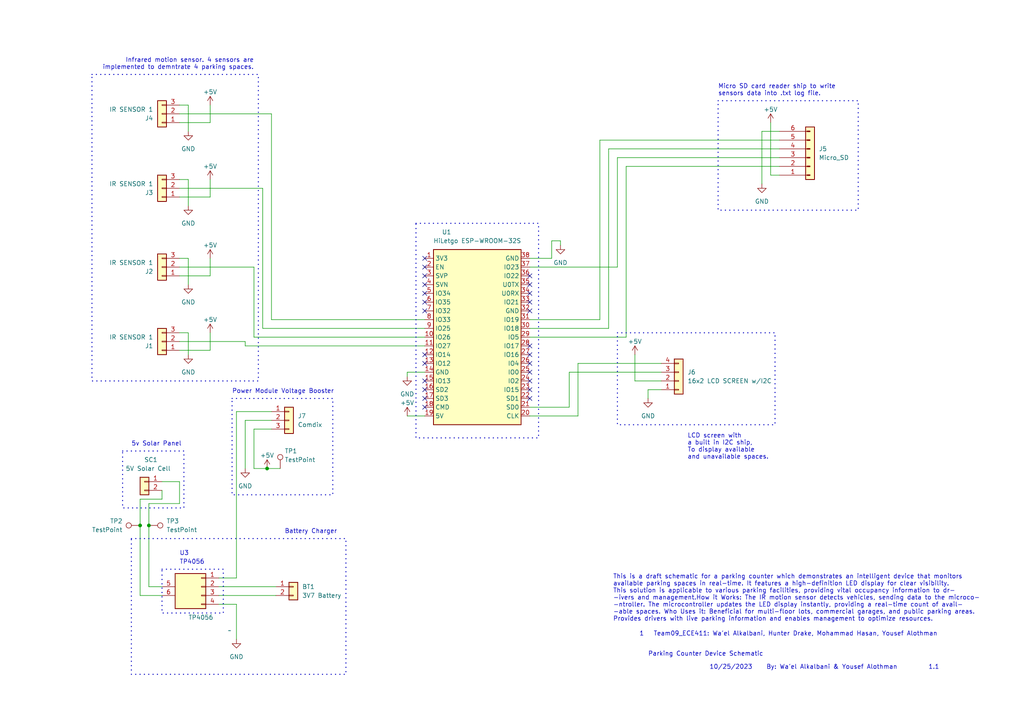
<source format=kicad_sch>
(kicad_sch (version 20230121) (generator eeschema)

  (uuid 84f4e8cc-4591-4f22-beb5-63470253f104)

  (paper "A4")

  (lib_symbols
    (symbol "Conn_01x02_2" (pin_names (offset 1.016) hide) (in_bom yes) (on_board yes)
      (property "Reference" "SC1" (at 1.27 6.35 0)
        (effects (font (size 1.27 1.27)) (justify right))
      )
      (property "Value" "5V Solar Cell" (at 5.08 3.81 0)
        (effects (font (size 1.27 1.27)) (justify right))
      )
      (property "Footprint" "Connector_PinHeader_2.54mm:PinHeader_1x02_P2.54mm_Vertical" (at -2.54 8.89 0)
        (effects (font (size 1.27 1.27)) hide)
      )
      (property "Datasheet" "~" (at -2.54 -2.54 0)
        (effects (font (size 1.27 1.27)) hide)
      )
      (property "ki_keywords" "connector" (at 0 0 0)
        (effects (font (size 1.27 1.27)) hide)
      )
      (property "ki_description" "Generic connector, single row, 01x02, script generated (kicad-library-utils/schlib/autogen/connector/)" (at 0 0 0)
        (effects (font (size 1.27 1.27)) hide)
      )
      (property "ki_fp_filters" "Connector*:*_1x??_*" (at 0 0 0)
        (effects (font (size 1.27 1.27)) hide)
      )
      (symbol "Conn_01x02_2_1_1"
        (rectangle (start -3.81 1.27) (end -1.27 -3.81)
          (stroke (width 0.254) (type default))
          (fill (type background))
        )
        (rectangle (start -1.27 -2.667) (end -2.54 -2.413)
          (stroke (width 0.1524) (type default))
          (fill (type none))
        )
        (rectangle (start -1.27 -0.127) (end -2.54 0.127)
          (stroke (width 0.1524) (type default))
          (fill (type none))
        )
        (pin power_out line (at 2.54 0 180) (length 3.81)
          (name "SOLAR+" (effects (font (size 1.27 1.27))))
          (number "1" (effects (font (size 1.27 1.27))))
        )
        (pin power_out line (at 2.54 -2.54 180) (length 3.81)
          (name "SOLAR-" (effects (font (size 1.27 1.27))))
          (number "2" (effects (font (size 1.27 1.27))))
        )
      )
    )
    (symbol "Conn_01x03_2" (pin_names (offset 1.016) hide) (in_bom yes) (on_board yes)
      (property "Reference" "J7" (at 2.54 1.27 0)
        (effects (font (size 1.27 1.27)) (justify left))
      )
      (property "Value" "Comdix" (at 2.54 -1.27 0)
        (effects (font (size 1.27 1.27)) (justify left))
      )
      (property "Footprint" "Connector_PinHeader_2.54mm:PinHeader_1x03_P2.54mm_Vertical" (at -2.54 8.89 0)
        (effects (font (size 1.27 1.27)) hide)
      )
      (property "Datasheet" "~" (at 0 0 0)
        (effects (font (size 1.27 1.27)) hide)
      )
      (property "ki_keywords" "connector" (at 0 0 0)
        (effects (font (size 1.27 1.27)) hide)
      )
      (property "ki_description" "Generic connector, single row, 01x03, script generated (kicad-library-utils/schlib/autogen/connector/)" (at 0 0 0)
        (effects (font (size 1.27 1.27)) hide)
      )
      (property "ki_fp_filters" "Connector*:*_1x??_*" (at 0 0 0)
        (effects (font (size 1.27 1.27)) hide)
      )
      (symbol "Conn_01x03_2_1_1"
        (rectangle (start -1.27 -2.413) (end 0 -2.667)
          (stroke (width 0.1524) (type default))
          (fill (type none))
        )
        (rectangle (start -1.27 0.127) (end 0 -0.127)
          (stroke (width 0.1524) (type default))
          (fill (type none))
        )
        (rectangle (start -1.27 2.667) (end 0 2.413)
          (stroke (width 0.1524) (type default))
          (fill (type none))
        )
        (rectangle (start -1.27 3.81) (end 1.27 -3.81)
          (stroke (width 0.254) (type default))
          (fill (type background))
        )
        (pin power_in line (at -5.08 2.54 0) (length 3.81)
          (name "V_IN" (effects (font (size 1.27 1.27))))
          (number "1" (effects (font (size 1.27 1.27))))
        )
        (pin power_in line (at -5.08 0 0) (length 3.81)
          (name "GND" (effects (font (size 1.27 1.27))))
          (number "2" (effects (font (size 1.27 1.27))))
        )
        (pin power_out line (at -5.08 -2.54 0) (length 3.81)
          (name "V_OUT" (effects (font (size 1.27 1.27))))
          (number "3" (effects (font (size 1.27 1.27))))
        )
      )
    )
    (symbol "Conn_01x03_3" (pin_names (offset 1.016) hide) (in_bom yes) (on_board yes)
      (property "Reference" "J1" (at 2.54 1.27 0)
        (effects (font (size 1.27 1.27)) (justify left))
      )
      (property "Value" "IR SENSOR 1" (at 2.54 -1.27 0)
        (effects (font (size 1.27 1.27)) (justify left))
      )
      (property "Footprint" "Connector_PinHeader_2.54mm:PinHeader_1x03_P2.54mm_Vertical" (at -2.54 8.89 0)
        (effects (font (size 1.27 1.27)) hide)
      )
      (property "Datasheet" "~" (at 0 0 0)
        (effects (font (size 1.27 1.27)) hide)
      )
      (property "ki_keywords" "connector" (at 0 0 0)
        (effects (font (size 1.27 1.27)) hide)
      )
      (property "ki_description" "Generic connector, single row, 01x03, script generated (kicad-library-utils/schlib/autogen/connector/)" (at 0 0 0)
        (effects (font (size 1.27 1.27)) hide)
      )
      (property "ki_fp_filters" "Connector*:*_1x??_*" (at 0 0 0)
        (effects (font (size 1.27 1.27)) hide)
      )
      (symbol "Conn_01x03_3_1_1"
        (rectangle (start -1.27 -2.413) (end 0 -2.667)
          (stroke (width 0.1524) (type default))
          (fill (type none))
        )
        (rectangle (start -1.27 0.127) (end 0 -0.127)
          (stroke (width 0.1524) (type default))
          (fill (type none))
        )
        (rectangle (start -1.27 2.667) (end 0 2.413)
          (stroke (width 0.1524) (type default))
          (fill (type none))
        )
        (rectangle (start -1.27 3.81) (end 1.27 -3.81)
          (stroke (width 0.254) (type default))
          (fill (type background))
        )
        (pin power_in line (at -5.08 2.54 0) (length 3.81)
          (name "VCC" (effects (font (size 1.27 1.27))))
          (number "1" (effects (font (size 1.27 1.27))))
        )
        (pin output line (at -5.08 0 0) (length 3.81)
          (name "OUT" (effects (font (size 1.27 1.27))))
          (number "2" (effects (font (size 1.27 1.27))))
        )
        (pin power_in line (at -5.08 -2.54 0) (length 3.81)
          (name "GND" (effects (font (size 1.27 1.27))))
          (number "3" (effects (font (size 1.27 1.27))))
        )
      )
    )
    (symbol "Conn_01x04_1" (pin_names (offset 1.016) hide) (in_bom yes) (on_board yes)
      (property "Reference" "TP4056" (at -7.62 -7.62 0)
        (effects (font (size 1.27 1.27)) (justify left))
      )
      (property "Value" "~" (at 3.81 -11.43 0)
        (effects (font (size 1.27 1.27)) (justify left))
      )
      (property "Footprint" "Connector_PinHeader_2.54mm:PinHeader_1x04_P2.54mm_Vertical" (at 0 7.62 0)
        (effects (font (size 1.27 1.27)) hide)
      )
      (property "Datasheet" "~" (at -3.81 -6.35 0)
        (effects (font (size 1.27 1.27)) hide)
      )
      (property "ki_keywords" "connector" (at 0 0 0)
        (effects (font (size 1.27 1.27)) hide)
      )
      (property "ki_description" "Generic connector, single row, 01x04, script generated (kicad-library-utils/schlib/autogen/connector/)" (at 0 0 0)
        (effects (font (size 1.27 1.27)) hide)
      )
      (property "ki_fp_filters" "Connector*:*_1x??_*" (at 0 0 0)
        (effects (font (size 1.27 1.27)) hide)
      )
      (symbol "Conn_01x04_1_1_1"
        (rectangle (start -11.43 5.08) (end -2.54 -5.08)
          (stroke (width 0.254) (type default))
          (fill (type background))
        )
        (rectangle (start -3.81 -1.143) (end -2.54 -1.397)
          (stroke (width 0.1524) (type default))
          (fill (type none))
        )
        (rectangle (start -2.54 -3.937) (end -3.81 -3.683)
          (stroke (width 0.1524) (type default))
          (fill (type none))
        )
        (rectangle (start -2.54 1.143) (end -3.81 1.397)
          (stroke (width 0.1524) (type default))
          (fill (type none))
        )
        (rectangle (start -2.54 3.683) (end -3.81 3.937)
          (stroke (width 0.1524) (type default))
          (fill (type none))
        )
        (pin power_out line (at 1.27 3.81 180) (length 3.81)
          (name "VBUS+" (effects (font (size 1.27 1.27))))
          (number "1" (effects (font (size 1.27 1.27))))
        )
        (pin power_out line (at 1.27 1.27 180) (length 3.81)
          (name "BAT+" (effects (font (size 1.27 1.27))))
          (number "2" (effects (font (size 1.27 1.27))))
        )
        (pin power_out line (at 1.27 -1.27 180) (length 3.81)
          (name "BAT-" (effects (font (size 1.27 1.27))))
          (number "3" (effects (font (size 1.27 1.27))))
        )
        (pin power_out line (at 1.27 -3.81 180) (length 3.81)
          (name "VBUS-" (effects (font (size 1.27 1.27))))
          (number "4" (effects (font (size 1.27 1.27))))
        )
        (pin power_in line (at -15.24 1.27 0) (length 3.81)
          (name "SOLAR+" (effects (font (size 1.27 1.27))))
          (number "5" (effects (font (size 1.27 1.27))))
        )
        (pin power_in line (at -15.24 -1.27 0) (length 3.81)
          (name "SOLAR-" (effects (font (size 1.27 1.27))))
          (number "6" (effects (font (size 1.27 1.27))))
        )
      )
    )
    (symbol "Conn_01x06_Pin_1" (pin_names (offset 1.016) hide) (in_bom yes) (on_board yes)
      (property "Reference" "J5" (at -2.54 -1.27 0)
        (effects (font (size 1.27 1.27)) (justify right))
      )
      (property "Value" "Micro_SD" (at -2.54 1.27 0)
        (effects (font (size 1.27 1.27)) (justify right))
      )
      (property "Footprint" "Connector_PinHeader_2.54mm:PinHeader_1x06_P2.54mm_Vertical" (at 0 12.7 0)
        (effects (font (size 1.27 1.27)) hide)
      )
      (property "Datasheet" "~" (at 0 0 0)
        (effects (font (size 1.27 1.27)) hide)
      )
      (property "ki_locked" "" (at 0 0 0)
        (effects (font (size 1.27 1.27)))
      )
      (property "ki_keywords" "connector" (at 0 0 0)
        (effects (font (size 1.27 1.27)) hide)
      )
      (property "ki_description" "Generic connector, single row, 01x06, script generated" (at 0 0 0)
        (effects (font (size 1.27 1.27)) hide)
      )
      (property "ki_fp_filters" "Connector*:*_1x??_*" (at 0 0 0)
        (effects (font (size 1.27 1.27)) hide)
      )
      (symbol "Conn_01x06_Pin_1_1_1"
        (rectangle (start -1.27 7.62) (end 1.27 -7.62)
          (stroke (width 0.254) (type default))
          (fill (type background))
        )
        (polyline
          (pts
            (xy 1.27 -6.35)
            (xy 0.8636 -6.35)
          )
          (stroke (width 0.1524) (type default))
          (fill (type none))
        )
        (polyline
          (pts
            (xy 1.27 -3.81)
            (xy 0.8636 -3.81)
          )
          (stroke (width 0.1524) (type default))
          (fill (type none))
        )
        (polyline
          (pts
            (xy 1.27 -1.27)
            (xy 0.8636 -1.27)
          )
          (stroke (width 0.1524) (type default))
          (fill (type none))
        )
        (polyline
          (pts
            (xy 1.27 1.27)
            (xy 0.8636 1.27)
          )
          (stroke (width 0.1524) (type default))
          (fill (type none))
        )
        (polyline
          (pts
            (xy 1.27 3.81)
            (xy 0.8636 3.81)
          )
          (stroke (width 0.1524) (type default))
          (fill (type none))
        )
        (polyline
          (pts
            (xy 1.27 6.35)
            (xy 0.8636 6.35)
          )
          (stroke (width 0.1524) (type default))
          (fill (type none))
        )
        (rectangle (start 0.8636 -6.223) (end 0 -6.477)
          (stroke (width 0.1524) (type default))
          (fill (type outline))
        )
        (rectangle (start 0.8636 -3.683) (end 0 -3.937)
          (stroke (width 0.1524) (type default))
          (fill (type outline))
        )
        (rectangle (start 0.8636 -1.143) (end 0 -1.397)
          (stroke (width 0.1524) (type default))
          (fill (type outline))
        )
        (rectangle (start 0.8636 1.397) (end 0 1.143)
          (stroke (width 0.1524) (type default))
          (fill (type outline))
        )
        (rectangle (start 0.8636 3.937) (end 0 3.683)
          (stroke (width 0.1524) (type default))
          (fill (type outline))
        )
        (rectangle (start 0.8636 6.477) (end 0 6.223)
          (stroke (width 0.1524) (type default))
          (fill (type outline))
        )
        (pin power_in line (at 8.89 6.35 180) (length 7.81)
          (name "+5V" (effects (font (size 1.27 1.27))))
          (number "1" (effects (font (size 1.27 1.27))))
        )
        (pin input line (at 8.89 3.81 180) (length 7.81)
          (name "CS" (effects (font (size 1.27 1.27))))
          (number "2" (effects (font (size 1.27 1.27))))
        )
        (pin bidirectional line (at 8.89 1.27 180) (length 7.81)
          (name "MOSI" (effects (font (size 1.27 1.27))))
          (number "3" (effects (font (size 1.27 1.27))))
        )
        (pin bidirectional line (at 8.89 -1.27 180) (length 7.81)
          (name "CLK" (effects (font (size 1.27 1.27))))
          (number "4" (effects (font (size 1.27 1.27))))
        )
        (pin bidirectional line (at 8.89 -3.81 180) (length 7.81)
          (name "MISO" (effects (font (size 1.27 1.27))))
          (number "5" (effects (font (size 1.27 1.27))))
        )
        (pin power_in line (at 8.89 -6.35 180) (length 7.81)
          (name "GND" (effects (font (size 1.27 1.27))))
          (number "6" (effects (font (size 1.27 1.27))))
        )
      )
    )
    (symbol "Connector:TestPoint" (pin_numbers hide) (pin_names (offset 0.762) hide) (in_bom yes) (on_board yes)
      (property "Reference" "TP" (at 0 6.858 0)
        (effects (font (size 1.27 1.27)))
      )
      (property "Value" "TestPoint" (at 0 5.08 0)
        (effects (font (size 1.27 1.27)))
      )
      (property "Footprint" "" (at 5.08 0 0)
        (effects (font (size 1.27 1.27)) hide)
      )
      (property "Datasheet" "~" (at 5.08 0 0)
        (effects (font (size 1.27 1.27)) hide)
      )
      (property "ki_keywords" "test point tp" (at 0 0 0)
        (effects (font (size 1.27 1.27)) hide)
      )
      (property "ki_description" "test point" (at 0 0 0)
        (effects (font (size 1.27 1.27)) hide)
      )
      (property "ki_fp_filters" "Pin* Test*" (at 0 0 0)
        (effects (font (size 1.27 1.27)) hide)
      )
      (symbol "TestPoint_0_1"
        (circle (center 0 3.302) (radius 0.762)
          (stroke (width 0) (type default))
          (fill (type none))
        )
      )
      (symbol "TestPoint_1_1"
        (pin passive line (at 0 0 90) (length 2.54)
          (name "1" (effects (font (size 1.27 1.27))))
          (number "1" (effects (font (size 1.27 1.27))))
        )
      )
    )
    (symbol "Connector_Generic:Conn_01x02" (pin_names (offset 1.016) hide) (in_bom yes) (on_board yes)
      (property "Reference" "BT1" (at 2.54 0 0)
        (effects (font (size 1.27 1.27)) (justify left))
      )
      (property "Value" "3V7 Battery" (at 2.54 -2.54 0)
        (effects (font (size 1.27 1.27)) (justify left))
      )
      (property "Footprint" "Connector_PinHeader_2.54mm:PinHeader_1x02_P2.54mm_Vertical" (at 0 6.35 0)
        (effects (font (size 1.27 1.27)) hide)
      )
      (property "Datasheet" "~" (at 0 0 0)
        (effects (font (size 1.27 1.27)) hide)
      )
      (property "ki_keywords" "connector" (at 0 0 0)
        (effects (font (size 1.27 1.27)) hide)
      )
      (property "ki_description" "Generic connector, single row, 01x02, script generated (kicad-library-utils/schlib/autogen/connector/)" (at 0 0 0)
        (effects (font (size 1.27 1.27)) hide)
      )
      (property "ki_fp_filters" "Connector*:*_1x??_*" (at 0 0 0)
        (effects (font (size 1.27 1.27)) hide)
      )
      (symbol "Conn_01x02_1_1"
        (rectangle (start -1.27 -2.413) (end 0 -2.667)
          (stroke (width 0.1524) (type default))
          (fill (type none))
        )
        (rectangle (start -1.27 0.127) (end 0 -0.127)
          (stroke (width 0.1524) (type default))
          (fill (type none))
        )
        (rectangle (start -1.27 1.27) (end 1.27 -3.81)
          (stroke (width 0.254) (type default))
          (fill (type background))
        )
        (pin power_in line (at -5.08 0 0) (length 3.81)
          (name "BAT+" (effects (font (size 1.27 1.27))))
          (number "1" (effects (font (size 1.27 1.27))))
        )
        (pin power_in line (at -5.08 -2.54 0) (length 3.81)
          (name "BAT-" (effects (font (size 1.27 1.27))))
          (number "2" (effects (font (size 1.27 1.27))))
        )
      )
    )
    (symbol "Connector_Generic:Conn_01x04" (pin_names (offset 1.016) hide) (in_bom yes) (on_board yes)
      (property "Reference" "J6" (at 3.81 -8.89 0)
        (effects (font (size 1.27 1.27)) (justify left))
      )
      (property "Value" "16x2 LCD SCREEN w/I2C" (at 3.81 -11.43 0)
        (effects (font (size 1.27 1.27)) (justify left))
      )
      (property "Footprint" "Connector_PinHeader_2.54mm:PinHeader_1x04_P2.54mm_Vertical" (at 0 5.08 0)
        (effects (font (size 1.27 1.27)) hide)
      )
      (property "Datasheet" "~" (at 0 5.08 0)
        (effects (font (size 1.27 1.27)) hide)
      )
      (property "ki_keywords" "connector" (at 0 0 0)
        (effects (font (size 1.27 1.27)) hide)
      )
      (property "ki_description" "Generic connector, single row, 01x04, script generated (kicad-library-utils/schlib/autogen/connector/)" (at 0 0 0)
        (effects (font (size 1.27 1.27)) hide)
      )
      (property "ki_fp_filters" "Connector*:*_1x??_*" (at 0 0 0)
        (effects (font (size 1.27 1.27)) hide)
      )
      (symbol "Conn_01x04_1_1"
        (rectangle (start 0 -13.843) (end 1.27 -14.097)
          (stroke (width 0.1524) (type default))
          (fill (type none))
        )
        (rectangle (start 0 -11.303) (end 1.27 -11.557)
          (stroke (width 0.1524) (type default))
          (fill (type none))
        )
        (rectangle (start 0 -8.763) (end 1.27 -9.017)
          (stroke (width 0.1524) (type default))
          (fill (type none))
        )
        (rectangle (start 0 -6.223) (end 1.27 -6.477)
          (stroke (width 0.1524) (type default))
          (fill (type none))
        )
        (rectangle (start 0 -5.08) (end 2.54 -15.24)
          (stroke (width 0.254) (type default))
          (fill (type background))
        )
        (pin power_in line (at -3.81 -13.97 0) (length 3.81)
          (name "GND" (effects (font (size 1.27 1.27))))
          (number "1" (effects (font (size 1.27 1.27))))
        )
        (pin power_in line (at -3.81 -11.43 0) (length 3.81)
          (name "VCC" (effects (font (size 1.27 1.27))))
          (number "2" (effects (font (size 1.27 1.27))))
        )
        (pin bidirectional line (at -3.81 -8.89 0) (length 3.81)
          (name "SDA" (effects (font (size 1.27 1.27))))
          (number "3" (effects (font (size 1.27 1.27))))
        )
        (pin bidirectional line (at -3.81 -6.35 0) (length 3.81)
          (name "SCL" (effects (font (size 1.27 1.27))))
          (number "4" (effects (font (size 1.27 1.27))))
        )
      )
    )
    (symbol "MCU_Module:Adafruit_Feather_HUZZAH32_ESP32" (in_bom yes) (on_board yes)
      (property "Reference" "U1" (at -8.89 27.94 0)
        (effects (font (size 1.27 1.27)))
      )
      (property "Value" "HiLetgo ESP-WROOM-32S" (at 0 25.4 0)
        (effects (font (size 1.27 1.27)))
      )
      (property "Footprint" "Module:Adafruit_Feather_WithMountingHoles" (at 2.54 -34.29 0)
        (effects (font (size 1.27 1.27)) (justify left) hide)
      )
      (property "Datasheet" "https://cdn-learn.adafruit.com/downloads/pdf/adafruit-huzzah32-esp32-feather.pdf" (at 0 -30.48 0)
        (effects (font (size 1.27 1.27)) hide)
      )
      (property "ki_keywords" "Adafruit feather microcontroller module USB" (at 0 0 0)
        (effects (font (size 1.27 1.27)) hide)
      )
      (property "ki_description" "Microcontroller module with ESP32 MCU" (at 0 0 0)
        (effects (font (size 1.27 1.27)) hide)
      )
      (property "ki_fp_filters" "Adafruit*Feather*" (at 0 0 0)
        (effects (font (size 1.27 1.27)) hide)
      )
      (symbol "Adafruit_Feather_HUZZAH32_ESP32_0_1"
        (rectangle (start -12.7 22.86) (end 12.7 -27.94)
          (stroke (width 0.254) (type default))
          (fill (type background))
        )
      )
      (symbol "Adafruit_Feather_HUZZAH32_ESP32_1_1"
        (pin power_out line (at -15.24 20.32 0) (length 2.54)
          (name "3V3" (effects (font (size 1.27 1.27))))
          (number "1" (effects (font (size 1.27 1.27))))
        )
        (pin bidirectional line (at -15.24 -2.54 0) (length 2.54)
          (name "IO26" (effects (font (size 1.27 1.27))))
          (number "10" (effects (font (size 1.27 1.27))))
        )
        (pin bidirectional line (at -15.24 -5.08 0) (length 2.54)
          (name "IO27" (effects (font (size 1.27 1.27))))
          (number "11" (effects (font (size 1.27 1.27))))
        )
        (pin bidirectional line (at -15.24 -7.62 0) (length 2.54)
          (name "IO14" (effects (font (size 1.27 1.27))))
          (number "12" (effects (font (size 1.27 1.27))))
        )
        (pin bidirectional line (at -15.24 -10.16 0) (length 2.54)
          (name "IO12" (effects (font (size 1.27 1.27))))
          (number "13" (effects (font (size 1.27 1.27))))
        )
        (pin power_in line (at -15.24 -12.7 0) (length 2.54)
          (name "GND" (effects (font (size 1.27 1.27))))
          (number "14" (effects (font (size 1.27 1.27))))
        )
        (pin bidirectional line (at -15.24 -15.24 0) (length 2.54)
          (name "IO13" (effects (font (size 1.27 1.27))))
          (number "15" (effects (font (size 1.27 1.27))))
        )
        (pin bidirectional line (at -15.24 -17.78 0) (length 2.54)
          (name "SD2" (effects (font (size 1.27 1.27))))
          (number "16" (effects (font (size 1.27 1.27))))
        )
        (pin bidirectional line (at -15.24 -20.32 0) (length 2.54)
          (name "SD3" (effects (font (size 1.27 1.27))))
          (number "17" (effects (font (size 1.27 1.27))))
        )
        (pin bidirectional line (at -15.24 -22.86 0) (length 2.54)
          (name "CMD" (effects (font (size 1.27 1.27))))
          (number "18" (effects (font (size 1.27 1.27))))
        )
        (pin power_in line (at -15.24 -25.4 0) (length 2.54)
          (name "5V" (effects (font (size 1.27 1.27))))
          (number "19" (effects (font (size 1.27 1.27))))
        )
        (pin input line (at -15.24 17.78 0) (length 2.54)
          (name "EN" (effects (font (size 1.27 1.27))))
          (number "2" (effects (font (size 1.27 1.27))))
        )
        (pin bidirectional line (at 15.24 -25.4 180) (length 2.54)
          (name "CLK" (effects (font (size 1.27 1.27))))
          (number "20" (effects (font (size 1.27 1.27))))
        )
        (pin bidirectional line (at 15.24 -22.86 180) (length 2.54)
          (name "SD0" (effects (font (size 1.27 1.27))))
          (number "21" (effects (font (size 1.27 1.27))))
        )
        (pin bidirectional line (at 15.24 -20.32 180) (length 2.54)
          (name "SD1" (effects (font (size 1.27 1.27))))
          (number "22" (effects (font (size 1.27 1.27))))
        )
        (pin bidirectional line (at 15.24 -17.78 180) (length 2.54)
          (name "IO15" (effects (font (size 1.27 1.27))))
          (number "23" (effects (font (size 1.27 1.27))))
        )
        (pin bidirectional line (at 15.24 -15.24 180) (length 2.54)
          (name "IO2" (effects (font (size 1.27 1.27))))
          (number "24" (effects (font (size 1.27 1.27))))
        )
        (pin bidirectional line (at 15.24 -12.7 180) (length 2.54)
          (name "IO0" (effects (font (size 1.27 1.27))))
          (number "25" (effects (font (size 1.27 1.27))))
        )
        (pin bidirectional line (at 15.24 -10.16 180) (length 2.54)
          (name "IO4" (effects (font (size 1.27 1.27))))
          (number "26" (effects (font (size 1.27 1.27))))
        )
        (pin bidirectional line (at 15.24 -7.62 180) (length 2.54)
          (name "IO16" (effects (font (size 1.27 1.27))))
          (number "27" (effects (font (size 1.27 1.27))))
        )
        (pin bidirectional line (at 15.24 -5.08 180) (length 2.54)
          (name "IO17" (effects (font (size 1.27 1.27))))
          (number "28" (effects (font (size 1.27 1.27))))
        )
        (pin bidirectional line (at 15.24 -2.54 180) (length 2.54)
          (name "IO5" (effects (font (size 1.27 1.27))))
          (number "29" (effects (font (size 1.27 1.27))))
        )
        (pin bidirectional line (at -15.24 15.24 0) (length 2.54)
          (name "SVP" (effects (font (size 1.27 1.27))))
          (number "3" (effects (font (size 1.27 1.27))))
        )
        (pin bidirectional line (at 15.24 0 180) (length 2.54)
          (name "IO18" (effects (font (size 1.27 1.27))))
          (number "30" (effects (font (size 1.27 1.27))))
        )
        (pin bidirectional line (at 15.24 2.54 180) (length 2.54)
          (name "IO19" (effects (font (size 1.27 1.27))))
          (number "31" (effects (font (size 1.27 1.27))))
        )
        (pin bidirectional line (at 15.24 5.08 180) (length 2.54)
          (name "GND" (effects (font (size 1.27 1.27))))
          (number "32" (effects (font (size 1.27 1.27))))
        )
        (pin bidirectional line (at 15.24 7.62 180) (length 2.54)
          (name "IO21" (effects (font (size 1.27 1.27))))
          (number "33" (effects (font (size 1.27 1.27))))
        )
        (pin bidirectional line (at 15.24 10.16 180) (length 2.54)
          (name "U0RX" (effects (font (size 1.27 1.27))))
          (number "34" (effects (font (size 1.27 1.27))))
        )
        (pin bidirectional line (at 15.24 12.7 180) (length 2.54)
          (name "U0TX" (effects (font (size 1.27 1.27))))
          (number "35" (effects (font (size 1.27 1.27))))
        )
        (pin bidirectional line (at 15.24 15.24 180) (length 2.54)
          (name "IO22" (effects (font (size 1.27 1.27))))
          (number "36" (effects (font (size 1.27 1.27))))
        )
        (pin bidirectional line (at 15.24 17.78 180) (length 2.54)
          (name "IO23" (effects (font (size 1.27 1.27))))
          (number "37" (effects (font (size 1.27 1.27))))
        )
        (pin power_in line (at 15.24 20.32 180) (length 2.54)
          (name "GND" (effects (font (size 1.27 1.27))))
          (number "38" (effects (font (size 1.27 1.27))))
        )
        (pin bidirectional line (at -15.24 12.7 0) (length 2.54)
          (name "SVN" (effects (font (size 1.27 1.27))))
          (number "4" (effects (font (size 1.27 1.27))))
        )
        (pin bidirectional line (at -15.24 10.16 0) (length 2.54)
          (name "IO34" (effects (font (size 1.27 1.27))))
          (number "5" (effects (font (size 1.27 1.27))))
        )
        (pin bidirectional line (at -15.24 7.62 0) (length 2.54)
          (name "IO35" (effects (font (size 1.27 1.27))))
          (number "6" (effects (font (size 1.27 1.27))))
        )
        (pin bidirectional line (at -15.24 5.08 0) (length 2.54)
          (name "IO32" (effects (font (size 1.27 1.27))))
          (number "7" (effects (font (size 1.27 1.27))))
        )
        (pin bidirectional line (at -15.24 2.54 0) (length 2.54)
          (name "IO33" (effects (font (size 1.27 1.27))))
          (number "8" (effects (font (size 1.27 1.27))))
        )
        (pin bidirectional line (at -15.24 0 0) (length 2.54)
          (name "IO25" (effects (font (size 1.27 1.27))))
          (number "9" (effects (font (size 1.27 1.27))))
        )
      )
    )
    (symbol "power:+5V" (power) (pin_names (offset 0)) (in_bom yes) (on_board yes)
      (property "Reference" "#PWR" (at 0 -3.81 0)
        (effects (font (size 1.27 1.27)) hide)
      )
      (property "Value" "+5V" (at 0 3.556 0)
        (effects (font (size 1.27 1.27)))
      )
      (property "Footprint" "" (at 0 0 0)
        (effects (font (size 1.27 1.27)) hide)
      )
      (property "Datasheet" "" (at 0 0 0)
        (effects (font (size 1.27 1.27)) hide)
      )
      (property "ki_keywords" "power-flag" (at 0 0 0)
        (effects (font (size 1.27 1.27)) hide)
      )
      (property "ki_description" "Power symbol creates a global label with name \"+5V\"" (at 0 0 0)
        (effects (font (size 1.27 1.27)) hide)
      )
      (symbol "+5V_0_1"
        (polyline
          (pts
            (xy -0.762 1.27)
            (xy 0 2.54)
          )
          (stroke (width 0) (type default))
          (fill (type none))
        )
        (polyline
          (pts
            (xy 0 0)
            (xy 0 2.54)
          )
          (stroke (width 0) (type default))
          (fill (type none))
        )
        (polyline
          (pts
            (xy 0 2.54)
            (xy 0.762 1.27)
          )
          (stroke (width 0) (type default))
          (fill (type none))
        )
      )
      (symbol "+5V_1_1"
        (pin power_in line (at 0 0 90) (length 0) hide
          (name "+5V" (effects (font (size 1.27 1.27))))
          (number "1" (effects (font (size 1.27 1.27))))
        )
      )
    )
    (symbol "power:GND" (power) (pin_names (offset 0)) (in_bom yes) (on_board yes)
      (property "Reference" "#PWR" (at 0 -6.35 0)
        (effects (font (size 1.27 1.27)) hide)
      )
      (property "Value" "GND" (at 0 -3.81 0)
        (effects (font (size 1.27 1.27)))
      )
      (property "Footprint" "" (at 0 0 0)
        (effects (font (size 1.27 1.27)) hide)
      )
      (property "Datasheet" "" (at 0 0 0)
        (effects (font (size 1.27 1.27)) hide)
      )
      (property "ki_keywords" "global power" (at 0 0 0)
        (effects (font (size 1.27 1.27)) hide)
      )
      (property "ki_description" "Power symbol creates a global label with name \"GND\" , ground" (at 0 0 0)
        (effects (font (size 1.27 1.27)) hide)
      )
      (symbol "GND_0_1"
        (polyline
          (pts
            (xy 0 0)
            (xy 0 -1.27)
            (xy 1.27 -1.27)
            (xy 0 -2.54)
            (xy -1.27 -1.27)
            (xy 0 -1.27)
          )
          (stroke (width 0) (type default))
          (fill (type none))
        )
      )
      (symbol "GND_1_1"
        (pin power_in line (at 0 0 270) (length 0) hide
          (name "GND" (effects (font (size 1.27 1.27))))
          (number "1" (effects (font (size 1.27 1.27))))
        )
      )
    )
  )

  (junction (at 77.47 135.89) (diameter 0) (color 0 0 0 0)
    (uuid 3881153e-4d21-4ca7-8e3e-8a714ff0cb8a)
  )
  (junction (at 40.64 152.4) (diameter 0) (color 0 0 0 0)
    (uuid 61837285-bf66-4aba-8220-9d83aa10badc)
  )
  (junction (at 43.18 152.4) (diameter 0) (color 0 0 0 0)
    (uuid f314fa15-6830-43cc-89d4-974554b6fdc4)
  )

  (no_connect (at 153.67 100.33) (uuid 0f4c41ab-7800-4612-ab19-4e5c7ab0d041))
  (no_connect (at 123.19 118.11) (uuid 13339571-0f7e-4035-98a0-1cc3fe77e82e))
  (no_connect (at 123.19 87.63) (uuid 20608404-82d2-4709-a532-c17b6a242e22))
  (no_connect (at 123.19 110.49) (uuid 24662831-bca5-441c-9c6f-f8a327f443ec))
  (no_connect (at 123.19 77.47) (uuid 28fff81e-8717-43b9-b901-081463511765))
  (no_connect (at 153.67 80.01) (uuid 3b6eeed8-c93a-4fc8-b710-ff9df9c179a2))
  (no_connect (at 153.67 115.57) (uuid 3cbd187f-62af-4228-8501-1c9914c4c3e6))
  (no_connect (at 123.19 102.87) (uuid 3e1210c4-514e-4796-b26e-8f0fedb1ebfb))
  (no_connect (at 123.19 115.57) (uuid 3e20b686-d50b-4c0e-a26d-b0dedae6fc8b))
  (no_connect (at 153.67 85.09) (uuid 4a0ce200-64fc-44f2-9c3d-37af2a4a9809))
  (no_connect (at 153.67 87.63) (uuid 4dbdd8e5-376d-43bc-9992-3873954492d5))
  (no_connect (at 153.67 110.49) (uuid 65defcbf-5757-4902-aacc-8ad33500b442))
  (no_connect (at 153.67 90.17) (uuid 6db8155f-f7c7-4195-8638-9203cdfe0a60))
  (no_connect (at 153.67 107.95) (uuid 8e5897e0-5c02-4e54-b9b5-5751f0dcfee9))
  (no_connect (at 153.67 113.03) (uuid 9ab973e1-e787-4c99-9610-ce6a865c686e))
  (no_connect (at 123.19 113.03) (uuid a18087f8-e269-4afe-b382-3ced1be2a53f))
  (no_connect (at 123.19 90.17) (uuid a8fc34d1-0312-495f-8587-a389f8853b95))
  (no_connect (at 153.67 102.87) (uuid b8b5a11f-e749-4fc6-8c91-503989498fbe))
  (no_connect (at 123.19 105.41) (uuid cea8d166-36bb-4d43-903d-5f5846339d0b))
  (no_connect (at 123.19 74.93) (uuid d1f977fd-9e40-4290-8462-07fe1d2c68cb))
  (no_connect (at 153.67 82.55) (uuid d44894a2-4446-4d99-aee6-9e416b93cfc9))
  (no_connect (at 123.19 85.09) (uuid e64e042a-b651-4854-9617-ec49005d91ff))
  (no_connect (at 153.67 105.41) (uuid e7ea9945-5246-4312-8af7-2a5eac14d4a3))
  (no_connect (at 123.19 80.01) (uuid efb4db57-5339-48ad-8d99-e6bb6e890c2e))
  (no_connect (at 123.19 82.55) (uuid fe02625b-359f-4ffd-97a4-eebcae3af1c8))

  (wire (pts (xy 220.98 38.1) (xy 220.98 53.34))
    (stroke (width 0) (type default))
    (uuid 02279611-d9fb-467f-9f9a-cb38158376a8)
  )
  (wire (pts (xy 226.06 48.26) (xy 181.61 48.26))
    (stroke (width 0) (type default))
    (uuid 031e88fd-1ccc-4b27-9716-3eee54320e93)
  )
  (wire (pts (xy 226.06 38.1) (xy 220.98 38.1))
    (stroke (width 0) (type default))
    (uuid 0713959a-e641-4f4d-bf5f-3ebb2888af8f)
  )
  (wire (pts (xy 43.18 152.4) (xy 43.18 170.18))
    (stroke (width 0) (type default))
    (uuid 07eb4fea-ccf4-41d1-8f63-171049784905)
  )
  (wire (pts (xy 191.77 107.95) (xy 165.1 107.95))
    (stroke (width 0) (type default))
    (uuid 13ec3901-0ab8-4de2-adc9-88c2ced54842)
  )
  (wire (pts (xy 181.61 48.26) (xy 181.61 97.79))
    (stroke (width 0) (type default))
    (uuid 188e9deb-6b21-46c5-a22c-e263f766c670)
  )
  (wire (pts (xy 226.06 45.72) (xy 179.07 45.72))
    (stroke (width 0) (type default))
    (uuid 18d6ed10-2f0a-469d-a589-9d3af4ead0fc)
  )
  (wire (pts (xy 160.02 69.85) (xy 162.56 69.85))
    (stroke (width 0) (type default))
    (uuid 301122cb-4e43-4dda-ba70-72d87465a080)
  )
  (wire (pts (xy 165.1 107.95) (xy 165.1 118.11))
    (stroke (width 0) (type default))
    (uuid 33dd65f9-4394-4638-b011-8f7d79bb0c3f)
  )
  (wire (pts (xy 68.58 119.38) (xy 68.58 167.64))
    (stroke (width 0) (type default))
    (uuid 34ef8302-2d62-492c-ba5e-99d5c6f80aaa)
  )
  (wire (pts (xy 54.61 102.87) (xy 54.61 96.52))
    (stroke (width 0) (type default))
    (uuid 38d63765-45e3-4634-b868-9222d1848b1f)
  )
  (wire (pts (xy 78.74 119.38) (xy 68.58 119.38))
    (stroke (width 0) (type default))
    (uuid 3a27f75f-7751-41e0-8538-412ce4b3d58b)
  )
  (wire (pts (xy 63.5 175.26) (xy 68.58 175.26))
    (stroke (width 0) (type default))
    (uuid 3c33e7e7-dca1-4b6c-99b2-74edb6f46f9d)
  )
  (wire (pts (xy 118.11 107.95) (xy 118.11 109.22))
    (stroke (width 0) (type default))
    (uuid 438c4cc5-ed3b-4513-a890-45fcf495c62c)
  )
  (wire (pts (xy 191.77 110.49) (xy 184.15 110.49))
    (stroke (width 0) (type default))
    (uuid 4511b78b-0cf9-49c7-91cc-4e79d38460a3)
  )
  (wire (pts (xy 40.64 144.78) (xy 40.64 152.4))
    (stroke (width 0) (type default))
    (uuid 45cf9a61-2936-43d7-b8a3-a9f8edd5432f)
  )
  (wire (pts (xy 54.61 82.55) (xy 54.61 74.93))
    (stroke (width 0) (type default))
    (uuid 46431a9a-79a9-4d87-a335-b137263973ed)
  )
  (wire (pts (xy 73.66 135.89) (xy 77.47 135.89))
    (stroke (width 0) (type default))
    (uuid 4765bd62-225e-4b62-9834-c3022f59b91e)
  )
  (wire (pts (xy 60.96 101.6) (xy 60.96 96.52))
    (stroke (width 0) (type default))
    (uuid 4a4eacc7-6bae-4eec-9224-072ad6111851)
  )
  (wire (pts (xy 76.2 95.25) (xy 123.19 95.25))
    (stroke (width 0) (type default))
    (uuid 4cd05926-f21a-43d2-8d44-f630752fe665)
  )
  (wire (pts (xy 54.61 38.1) (xy 54.61 30.48))
    (stroke (width 0) (type default))
    (uuid 51b65ba7-9acd-4e3d-b22b-a4f230ebed7a)
  )
  (wire (pts (xy 162.56 69.85) (xy 162.56 71.12))
    (stroke (width 0) (type default))
    (uuid 54c1d2fd-cb98-4ab9-9b38-3a8a0992e2ff)
  )
  (wire (pts (xy 226.06 50.8) (xy 223.52 50.8))
    (stroke (width 0) (type default))
    (uuid 557b5044-6963-4f2c-b4ca-4cbe48ff09d3)
  )
  (wire (pts (xy 46.99 170.18) (xy 43.18 170.18))
    (stroke (width 0) (type default))
    (uuid 55b8f147-bcbf-4019-b7ca-c35374757d2e)
  )
  (wire (pts (xy 54.61 59.69) (xy 54.61 52.07))
    (stroke (width 0) (type default))
    (uuid 5ed457aa-d973-431d-befa-bf785112f8cc)
  )
  (wire (pts (xy 63.5 170.18) (xy 80.01 170.18))
    (stroke (width 0) (type default))
    (uuid 6566cb41-9d2f-4348-b352-744bd1ca50a3)
  )
  (wire (pts (xy 118.11 107.95) (xy 123.19 107.95))
    (stroke (width 0) (type default))
    (uuid 657efe00-54b2-41f2-8df4-1ca26aa1a982)
  )
  (wire (pts (xy 184.15 102.87) (xy 184.15 110.49))
    (stroke (width 0) (type default))
    (uuid 69467480-c308-4e4f-b1e9-96867e99fcd3)
  )
  (wire (pts (xy 40.64 172.72) (xy 46.99 172.72))
    (stroke (width 0) (type default))
    (uuid 69632075-a9e1-4a25-b761-18fe1799c97a)
  )
  (wire (pts (xy 187.96 113.03) (xy 187.96 115.57))
    (stroke (width 0) (type default))
    (uuid 69795b24-86a9-4bdc-aac9-64a78a2cffb0)
  )
  (wire (pts (xy 40.64 152.4) (xy 40.64 172.72))
    (stroke (width 0) (type default))
    (uuid 6cfffaab-967e-4475-84f0-cb0ed037f4d0)
  )
  (wire (pts (xy 73.66 97.79) (xy 123.19 97.79))
    (stroke (width 0) (type default))
    (uuid 71a0308c-0874-4770-b24a-e6666ec89339)
  )
  (wire (pts (xy 63.5 172.72) (xy 80.01 172.72))
    (stroke (width 0) (type default))
    (uuid 75e6d050-85d1-4d36-aa52-3c3da2fca1cd)
  )
  (wire (pts (xy 52.07 77.47) (xy 73.66 77.47))
    (stroke (width 0) (type default))
    (uuid 76b2e347-7a17-4d3a-96e4-093c0c4790b3)
  )
  (wire (pts (xy 46.99 142.24) (xy 46.99 144.78))
    (stroke (width 0) (type default))
    (uuid 79dcd033-6263-4c3a-b9e6-f8ab4842106b)
  )
  (wire (pts (xy 52.07 33.02) (xy 78.74 33.02))
    (stroke (width 0) (type default))
    (uuid 7b741441-ff13-45d5-821f-9adb519d846a)
  )
  (wire (pts (xy 71.12 99.06) (xy 71.12 100.33))
    (stroke (width 0) (type default))
    (uuid 7f9eacc8-7e28-42ec-a89d-3878cba0422a)
  )
  (wire (pts (xy 191.77 105.41) (xy 167.64 105.41))
    (stroke (width 0) (type default))
    (uuid 8471ffcf-81f8-419e-ae45-f538a11baed2)
  )
  (wire (pts (xy 52.07 35.56) (xy 60.96 35.56))
    (stroke (width 0) (type default))
    (uuid 85856379-a7c0-41c0-ab9a-860e104b04e1)
  )
  (wire (pts (xy 60.96 57.15) (xy 60.96 52.07))
    (stroke (width 0) (type default))
    (uuid 866b608c-af0e-4a8a-b915-e36c938ef51d)
  )
  (wire (pts (xy 52.07 80.01) (xy 60.96 80.01))
    (stroke (width 0) (type default))
    (uuid 86927a5b-1380-4662-b84a-f4efe7972945)
  )
  (wire (pts (xy 54.61 74.93) (xy 52.07 74.93))
    (stroke (width 0) (type default))
    (uuid 8bb4e60e-7a6a-4737-b90b-71a5b5aa1c5a)
  )
  (wire (pts (xy 71.12 121.92) (xy 71.12 135.89))
    (stroke (width 0) (type default))
    (uuid 9130c1e4-f10a-4456-9dc6-b939e6528d2e)
  )
  (wire (pts (xy 52.07 146.05) (xy 43.18 146.05))
    (stroke (width 0) (type default))
    (uuid 9c198cd1-790f-4b5e-a2b4-d953c11c4a7f)
  )
  (wire (pts (xy 176.53 43.18) (xy 176.53 95.25))
    (stroke (width 0) (type default))
    (uuid a22f50b7-a904-4c6f-98f3-dcd79beec3ec)
  )
  (wire (pts (xy 173.99 92.71) (xy 153.67 92.71))
    (stroke (width 0) (type default))
    (uuid a278b292-a305-41e4-886c-0ddde02ea45b)
  )
  (wire (pts (xy 153.67 74.93) (xy 160.02 74.93))
    (stroke (width 0) (type default))
    (uuid a76c75b5-1994-445b-965b-ddbf4f6ba5e3)
  )
  (wire (pts (xy 167.64 120.65) (xy 153.67 120.65))
    (stroke (width 0) (type default))
    (uuid a9521b57-1ecf-41bd-b41a-f98a0a3bf95d)
  )
  (wire (pts (xy 68.58 167.64) (xy 63.5 167.64))
    (stroke (width 0) (type default))
    (uuid ad556373-d9da-4514-8470-d0d4bcd8c209)
  )
  (wire (pts (xy 43.18 146.05) (xy 43.18 152.4))
    (stroke (width 0) (type default))
    (uuid ad6faa8b-e0fe-4f9e-9f9d-c5bf71feb9db)
  )
  (wire (pts (xy 54.61 52.07) (xy 52.07 52.07))
    (stroke (width 0) (type default))
    (uuid b22b4e67-0137-4b60-8b5a-b3bf6697fef3)
  )
  (wire (pts (xy 71.12 100.33) (xy 123.19 100.33))
    (stroke (width 0) (type default))
    (uuid b54ad5e8-6a65-487f-9312-d666335012c4)
  )
  (wire (pts (xy 52.07 57.15) (xy 60.96 57.15))
    (stroke (width 0) (type default))
    (uuid b872f2e8-a1b0-45d7-a9f4-efb619f1fe6b)
  )
  (wire (pts (xy 226.06 40.64) (xy 173.99 40.64))
    (stroke (width 0) (type default))
    (uuid ba48ff03-d81a-4363-a318-4f058d5fcf73)
  )
  (wire (pts (xy 181.61 97.79) (xy 153.67 97.79))
    (stroke (width 0) (type default))
    (uuid bba39eec-83f9-47b2-84db-7eb542c3e68c)
  )
  (wire (pts (xy 165.1 118.11) (xy 153.67 118.11))
    (stroke (width 0) (type default))
    (uuid bfa097c1-2adf-4617-afda-0666e0e90c93)
  )
  (wire (pts (xy 60.96 80.01) (xy 60.96 74.93))
    (stroke (width 0) (type default))
    (uuid c18c0934-f32d-49d3-ae45-ddb48b55d26e)
  )
  (wire (pts (xy 118.11 120.65) (xy 123.19 120.65))
    (stroke (width 0) (type default))
    (uuid c414d3d0-a380-442c-9ab9-93c000921ce5)
  )
  (wire (pts (xy 78.74 33.02) (xy 78.74 92.71))
    (stroke (width 0) (type default))
    (uuid c8ec1660-09f6-41dd-a41e-ff0c5a11304d)
  )
  (wire (pts (xy 77.47 135.89) (xy 81.28 135.89))
    (stroke (width 0) (type default))
    (uuid c95a00be-5ef1-4c33-b18b-1117af23d71f)
  )
  (wire (pts (xy 187.96 113.03) (xy 191.77 113.03))
    (stroke (width 0) (type default))
    (uuid cae57f4a-cf1b-4702-b7a2-218d4960b023)
  )
  (wire (pts (xy 46.99 144.78) (xy 40.64 144.78))
    (stroke (width 0) (type default))
    (uuid cc2e264f-3f2d-41b7-a748-30901bd019a7)
  )
  (wire (pts (xy 78.74 121.92) (xy 71.12 121.92))
    (stroke (width 0) (type default))
    (uuid cf33713e-b1a9-4cc2-a28d-e17b6140455b)
  )
  (wire (pts (xy 46.99 139.7) (xy 52.07 139.7))
    (stroke (width 0) (type default))
    (uuid d151c381-af77-4227-87ef-76eb43f70d42)
  )
  (wire (pts (xy 173.99 40.64) (xy 173.99 92.71))
    (stroke (width 0) (type default))
    (uuid d2d2e0f6-7335-402f-a9e3-93a694dfdd8d)
  )
  (wire (pts (xy 73.66 124.46) (xy 73.66 135.89))
    (stroke (width 0) (type default))
    (uuid d33ef86a-23a9-48cd-a605-22cd1e17bef2)
  )
  (wire (pts (xy 176.53 95.25) (xy 153.67 95.25))
    (stroke (width 0) (type default))
    (uuid d47405e8-9875-4cc4-9c4f-038f8d6f0072)
  )
  (wire (pts (xy 52.07 99.06) (xy 71.12 99.06))
    (stroke (width 0) (type default))
    (uuid d9186f73-ef00-42fb-94b8-940018d52b66)
  )
  (wire (pts (xy 52.07 139.7) (xy 52.07 146.05))
    (stroke (width 0) (type default))
    (uuid db55162e-695c-49d6-af6a-296115006dd4)
  )
  (wire (pts (xy 179.07 45.72) (xy 179.07 77.47))
    (stroke (width 0) (type default))
    (uuid dd193bea-b9dd-426f-9ac8-0bca1073a66c)
  )
  (wire (pts (xy 167.64 105.41) (xy 167.64 120.65))
    (stroke (width 0) (type default))
    (uuid dd8711d8-41da-4770-b9b5-cfef1982c29e)
  )
  (wire (pts (xy 160.02 74.93) (xy 160.02 69.85))
    (stroke (width 0) (type default))
    (uuid def25edd-811b-4f87-91fe-9b25c0c3cd3d)
  )
  (wire (pts (xy 68.58 175.26) (xy 68.58 185.42))
    (stroke (width 0) (type default))
    (uuid e26244cc-23b2-4152-aac4-28c4f3e2cf89)
  )
  (wire (pts (xy 179.07 77.47) (xy 153.67 77.47))
    (stroke (width 0) (type default))
    (uuid e287d7f3-54db-4ad5-8b2c-aabd93bf8c7c)
  )
  (wire (pts (xy 52.07 101.6) (xy 60.96 101.6))
    (stroke (width 0) (type default))
    (uuid e611607b-3af7-42c5-936c-8d25f388e767)
  )
  (wire (pts (xy 60.96 35.56) (xy 60.96 30.48))
    (stroke (width 0) (type default))
    (uuid e6e128ad-65cb-4b56-9ef8-962fa02e57c7)
  )
  (wire (pts (xy 76.2 54.61) (xy 76.2 95.25))
    (stroke (width 0) (type default))
    (uuid e6f95669-5283-43d4-96ed-da685e72c41e)
  )
  (wire (pts (xy 226.06 43.18) (xy 176.53 43.18))
    (stroke (width 0) (type default))
    (uuid ee583c60-68a4-4e8a-9e97-f82773504a48)
  )
  (wire (pts (xy 54.61 30.48) (xy 52.07 30.48))
    (stroke (width 0) (type default))
    (uuid ef90c20b-e2e4-4682-b70a-7499cebfc88d)
  )
  (wire (pts (xy 54.61 96.52) (xy 52.07 96.52))
    (stroke (width 0) (type default))
    (uuid f29d0e21-3100-497f-a0a1-8ad5a1a0dfa6)
  )
  (wire (pts (xy 73.66 77.47) (xy 73.66 97.79))
    (stroke (width 0) (type default))
    (uuid f3b29885-8a90-4065-a4d7-b337e56fc793)
  )
  (wire (pts (xy 52.07 54.61) (xy 76.2 54.61))
    (stroke (width 0) (type default))
    (uuid f794c385-bc87-4d49-b2fa-e13caa70e7da)
  )
  (wire (pts (xy 78.74 92.71) (xy 123.19 92.71))
    (stroke (width 0) (type default))
    (uuid fa7546bc-1381-4f53-80e4-a4b003d7d243)
  )
  (wire (pts (xy 223.52 35.56) (xy 223.52 50.8))
    (stroke (width 0) (type default))
    (uuid fd57d95e-934d-4925-ad7c-2eccdf4f89e7)
  )
  (wire (pts (xy 73.66 124.46) (xy 78.74 124.46))
    (stroke (width 0) (type default))
    (uuid fe64e1d4-ecdc-424a-8fa3-089bde4fbe32)
  )

  (rectangle (start 120.65 64.77) (end 156.21 127)
    (stroke (width 0.3) (type dot))
    (fill (type none))
    (uuid 468d6aa6-deaf-4688-a7c6-b2a0b9398596)
  )
  (rectangle (start 74.93 110.49) (end 26.67 21.59)
    (stroke (width 0.3) (type dot))
    (fill (type none))
    (uuid 601dc2bf-2642-42e1-b5f6-767094dbfb3a)
  )
  (rectangle (start 67.31 115.57) (end 96.52 143.51)
    (stroke (width 0.3) (type dot))
    (fill (type none))
    (uuid 8e79adff-a4a9-4b86-8b2d-806533f38ffc)
  )
  (rectangle (start 35.56 130.81) (end 53.34 147.32)
    (stroke (width 0.3) (type dot))
    (fill (type none))
    (uuid 99228879-c993-473d-820b-436cbd8108b7)
  )
  (rectangle (start 208.28 29.21) (end 248.92 60.96)
    (stroke (width 0.3) (type dot))
    (fill (type none))
    (uuid a2eaead5-4253-4adc-81a7-eef2f51a1df3)
  )
  (rectangle (start 38.1 156.21) (end 100.33 195.58)
    (stroke (width 0.3) (type dot))
    (fill (type none))
    (uuid c3e54b76-66b0-4b3e-9624-2787d6ccc829)
  )
  (rectangle (start 179.07 96.52) (end 224.79 123.19)
    (stroke (width 0.3) (type dot))
    (fill (type none))
    (uuid cd7829ba-bebb-4327-96a7-8511ca9a7051)
  )
  (rectangle (start 46.99 165.1) (end 64.77 177.8)
    (stroke (width 0.3) (type dot))
    (fill (type none))
    (uuid e59bf1aa-a792-4957-9e0d-b393b949de9d)
  )

  (text "Infrared motion sensor. 4 sensors are\nimplemented to demntrate 4 parking spaces.\n"
    (at 73.66 20.32 0)
    (effects (font (size 1.27 1.27)) (justify right bottom))
    (uuid 0c64f347-eae2-4185-a974-b7a51af2208b)
  )
  (text "5v Solar Panel" (at 38.1 129.54 0)
    (effects (font (size 1.27 1.27)) (justify left bottom))
    (uuid 3aed917c-43ce-47fd-ac4a-13a9ac1b7616)
  )
  (text "LCD screen with\na built in I2C ship,\nTo display available\nand unavailable spaces."
    (at 199.39 133.35 0)
    (effects (font (size 1.27 1.27)) (justify left bottom))
    (uuid 4455d553-b19c-4dbd-bd49-3e0e0bca8232)
  )
  (text "1   Team09_ECE411: Wa'el Alkalbani, Hunter Drake, Mohammad Hasan, Yousef Alothman\n\n"
    (at 185.42 186.69 0)
    (effects (font (size 1.27 1.27)) (justify left bottom))
    (uuid 45dad9d0-a9c3-45f6-ab64-2004a9f98e94)
  )
  (text "By: Wa'el Alkalbani & Yousef Alothman" (at 222.25 194.31 0)
    (effects (font (size 1.27 1.27)) (justify left bottom))
    (uuid 689d6bbc-b22d-4814-bcaa-b2d09da76687)
  )
  (text "TP4056" (at 52.07 163.83 0)
    (effects (font (size 1.27 1.27)) (justify left bottom))
    (uuid 6e64dc94-ae0d-40d4-9597-bae615204bd7)
  )
  (text "Power Module Voltage Booster" (at 67.31 114.3 0)
    (effects (font (size 1.27 1.27)) (justify left bottom))
    (uuid 80ef1dbb-4a8f-44f1-9ba0-742756954bd8)
  )
  (text "Micro SD card reader ship to write\nsensors data into .txt log file. \n"
    (at 208.28 27.94 0)
    (effects (font (size 1.27 1.27)) (justify left bottom))
    (uuid 9021675f-14c5-42cb-bb67-d8596940e47d)
  )
  (text "10/25/2023" (at 205.74 194.31 0)
    (effects (font (size 1.27 1.27)) (justify left bottom))
    (uuid ab42ff18-6727-407a-bd33-e89299deb9ef)
  )
  (text "Battery Charger" (at 82.55 154.94 0)
    (effects (font (size 1.27 1.27)) (justify left bottom))
    (uuid b7ffa781-9591-4cb6-ae5c-aad9717534f8)
  )
  (text "This is a draft schematic for a parking counter which demonstrates an intelligent device that monitors\navailable parking spaces in real-time. It features a high-definition LED display for clear visibility. \nThis solution is applicable to various parking facilities, providing vital occupancy information to dr-\n-ivers and management.How it Works: The IR motion sensor detects vehicles, sending data to the microco-\n-ntroller. The microcontroller updates the LED display instantly, providing a real-time count of avail-\n-able spaces. Who Uses it: Beneficial for multi-floor lots, commercial garages, and public parking areas.\nProvides drivers with live parking information and enables management to optimize resources."
    (at 177.8 180.34 0)
    (effects (font (size 1.27 1.27)) (justify left bottom))
    (uuid be5d44c1-f8dc-4a30-8f7e-1c1ff9dde47f)
  )
  (text "U3" (at 52.07 161.29 0)
    (effects (font (size 1.27 1.27)) (justify left bottom))
    (uuid d760c55c-9ae7-4c56-87f8-b0b74b29d090)
  )
  (text "1.1" (at 269.24 194.31 0)
    (effects (font (size 1.27 1.27)) (justify left bottom))
    (uuid e8197677-4295-426b-8c0b-9273b0c1293f)
  )
  (text "Parking Counter Device Schematic" (at 187.96 190.5 0)
    (effects (font (size 1.27 1.27)) (justify left bottom))
    (uuid fa853a71-7195-45a5-9f5e-24e80193b93a)
  )

  (symbol (lib_id "power:+5V") (at 223.52 35.56 0) (unit 1)
    (in_bom yes) (on_board yes) (dnp no)
    (uuid 02b81128-9387-4860-baa1-176d70006212)
    (property "Reference" "#PWR011" (at 223.52 39.37 0)
      (effects (font (size 1.27 1.27)) hide)
    )
    (property "Value" "+5V" (at 223.52 31.75 0)
      (effects (font (size 1.27 1.27)))
    )
    (property "Footprint" "" (at 223.52 35.56 0)
      (effects (font (size 1.27 1.27)) hide)
    )
    (property "Datasheet" "" (at 223.52 35.56 0)
      (effects (font (size 1.27 1.27)) hide)
    )
    (pin "1" (uuid 43c5e44a-475e-4d06-9112-72bfbe9dd929))
    (instances
      (project "parking_counter"
        (path "/84f4e8cc-4591-4f22-beb5-63470253f104"
          (reference "#PWR011") (unit 1)
        )
      )
      (project "Automatic lighting system"
        (path "/e63e39d7-6ac0-4ffd-8aa3-1841a4541b55"
          (reference "#PWR013") (unit 1)
        )
      )
    )
  )

  (symbol (lib_id "power:+5V") (at 118.11 120.65 0) (unit 1)
    (in_bom yes) (on_board yes) (dnp no)
    (uuid 177cedba-1c4d-4ec2-b72b-199a18884897)
    (property "Reference" "#PWR01" (at 118.11 124.46 0)
      (effects (font (size 1.27 1.27)) hide)
    )
    (property "Value" "+5V" (at 118.11 116.84 0)
      (effects (font (size 1.27 1.27)))
    )
    (property "Footprint" "" (at 118.11 120.65 0)
      (effects (font (size 1.27 1.27)) hide)
    )
    (property "Datasheet" "" (at 118.11 120.65 0)
      (effects (font (size 1.27 1.27)) hide)
    )
    (pin "1" (uuid 9c280286-322f-47d7-a84d-72b41db80437))
    (instances
      (project "parking_counter"
        (path "/84f4e8cc-4591-4f22-beb5-63470253f104"
          (reference "#PWR01") (unit 1)
        )
      )
      (project "Automatic lighting system"
        (path "/e63e39d7-6ac0-4ffd-8aa3-1841a4541b55"
          (reference "#PWR013") (unit 1)
        )
      )
    )
  )

  (symbol (lib_id "power:+5V") (at 77.47 135.89 0) (unit 1)
    (in_bom yes) (on_board yes) (dnp no)
    (uuid 1bda1321-9e55-4027-bf9e-c692a91703e8)
    (property "Reference" "#PWR017" (at 77.47 139.7 0)
      (effects (font (size 1.27 1.27)) hide)
    )
    (property "Value" "+5V" (at 77.47 132.08 0)
      (effects (font (size 1.27 1.27)))
    )
    (property "Footprint" "" (at 77.47 135.89 0)
      (effects (font (size 1.27 1.27)) hide)
    )
    (property "Datasheet" "" (at 77.47 135.89 0)
      (effects (font (size 1.27 1.27)) hide)
    )
    (pin "1" (uuid fa0a1652-7008-413a-802c-530df24ce2e9))
    (instances
      (project "parking_counter"
        (path "/84f4e8cc-4591-4f22-beb5-63470253f104"
          (reference "#PWR017") (unit 1)
        )
      )
      (project "Automatic lighting system"
        (path "/e63e39d7-6ac0-4ffd-8aa3-1841a4541b55"
          (reference "#PWR013") (unit 1)
        )
      )
    )
  )

  (symbol (lib_id "Connector:TestPoint") (at 81.28 135.89 0) (unit 1)
    (in_bom yes) (on_board yes) (dnp no)
    (uuid 213bb4a4-ba5a-4415-b5ba-df3b4b502209)
    (property "Reference" "TP1" (at 82.55 130.81 0)
      (effects (font (size 1.27 1.27)) (justify left))
    )
    (property "Value" "TestPoint" (at 82.55 133.35 0)
      (effects (font (size 1.27 1.27)) (justify left))
    )
    (property "Footprint" "TestPoint:TestPoint_Pad_D2.5mm" (at 86.36 135.89 0)
      (effects (font (size 1.27 1.27)) hide)
    )
    (property "Datasheet" "~" (at 86.36 135.89 0)
      (effects (font (size 1.27 1.27)) hide)
    )
    (pin "1" (uuid 135b2f09-3a39-4661-a3d3-3aaa6bbec59d))
    (instances
      (project "parking_counter"
        (path "/84f4e8cc-4591-4f22-beb5-63470253f104"
          (reference "TP1") (unit 1)
        )
      )
    )
  )

  (symbol (lib_name "Conn_01x06_Pin_1") (lib_id "Connector:Conn_01x06_Pin") (at 234.95 44.45 180) (unit 1)
    (in_bom yes) (on_board yes) (dnp no) (fields_autoplaced)
    (uuid 26255f4b-7556-4c69-b77e-7452282e4c09)
    (property "Reference" "J5" (at 237.49 43.18 0)
      (effects (font (size 1.27 1.27)) (justify right))
    )
    (property "Value" "Micro_SD" (at 237.49 45.72 0)
      (effects (font (size 1.27 1.27)) (justify right))
    )
    (property "Footprint" "Connector_PinHeader_2.54mm:PinHeader_1x06_P2.54mm_Vertical" (at 234.95 57.15 0)
      (effects (font (size 1.27 1.27)) hide)
    )
    (property "Datasheet" "~" (at 234.95 44.45 0)
      (effects (font (size 1.27 1.27)) hide)
    )
    (pin "1" (uuid d0244e64-5f9e-4fdb-9608-3038173f25c0))
    (pin "2" (uuid ac7527f8-fe43-427b-94fd-82d78cf22f20))
    (pin "3" (uuid 669b9261-b967-417c-b23d-eb309072553d))
    (pin "4" (uuid 8b6a5363-665b-47d9-93a5-9160bef642b8))
    (pin "5" (uuid 38d560ba-52aa-46f3-a19d-dc08a1998b4f))
    (pin "6" (uuid 4bef04e0-21e9-45d4-8e34-cf85961b77af))
    (instances
      (project "parking_counter"
        (path "/84f4e8cc-4591-4f22-beb5-63470253f104"
          (reference "J5") (unit 1)
        )
      )
    )
  )

  (symbol (lib_id "power:GND") (at 162.56 71.12 0) (unit 1)
    (in_bom yes) (on_board yes) (dnp no) (fields_autoplaced)
    (uuid 26ec21a2-5bd0-48c4-9489-6b0f98aaf404)
    (property "Reference" "#PWR018" (at 162.56 77.47 0)
      (effects (font (size 1.27 1.27)) hide)
    )
    (property "Value" "GND" (at 162.56 76.2 0)
      (effects (font (size 1.27 1.27)))
    )
    (property "Footprint" "" (at 162.56 71.12 0)
      (effects (font (size 1.27 1.27)) hide)
    )
    (property "Datasheet" "" (at 162.56 71.12 0)
      (effects (font (size 1.27 1.27)) hide)
    )
    (pin "1" (uuid 12c41395-eb1a-46de-98d6-0911ed592e68))
    (instances
      (project "parking_counter"
        (path "/84f4e8cc-4591-4f22-beb5-63470253f104"
          (reference "#PWR018") (unit 1)
        )
      )
    )
  )

  (symbol (lib_id "MCU_Module:Adafruit_Feather_HUZZAH32_ESP32") (at 138.43 95.25 0) (unit 1)
    (in_bom yes) (on_board yes) (dnp no)
    (uuid 40f6779c-1bea-45f2-bc55-392da71524f9)
    (property "Reference" "U1" (at 129.54 67.31 0)
      (effects (font (size 1.27 1.27)))
    )
    (property "Value" "HiLetgo ESP-WROOM-32S" (at 138.43 69.85 0)
      (effects (font (size 1.27 1.27)))
    )
    (property "Footprint" "Module:Adafruit_Feather_WithMountingHoles" (at 140.97 129.54 0)
      (effects (font (size 1.27 1.27)) (justify left) hide)
    )
    (property "Datasheet" "https://cdn-learn.adafruit.com/downloads/pdf/adafruit-huzzah32-esp32-feather.pdf" (at 138.43 125.73 0)
      (effects (font (size 1.27 1.27)) hide)
    )
    (pin "1" (uuid 67bcee0b-d91d-49a1-a292-70b75895bfd5))
    (pin "10" (uuid 8450fed0-6479-4fa5-9edc-f2b51941a682))
    (pin "11" (uuid 4aba7850-8144-4c8d-969f-040dbda7a9d4))
    (pin "12" (uuid 6229f703-966a-4601-9b39-95326eb4529c))
    (pin "13" (uuid f014f2c1-a1b6-4164-8b03-94b212bc9812))
    (pin "14" (uuid b1231396-2e20-4988-baea-b9163bd23422))
    (pin "15" (uuid d697d335-242b-4d45-9bc0-d530b52e852b))
    (pin "16" (uuid 65ff0adb-0380-4f66-b430-1bc6bd02e0c5))
    (pin "17" (uuid 4291a7b4-37a0-47da-9394-0e578f5a87e6))
    (pin "18" (uuid ff01c3d0-751a-4bf6-85ca-1bc56cc95471))
    (pin "19" (uuid 92a96d54-7624-4850-b724-5c225dd999a9))
    (pin "2" (uuid c462c366-b08f-49d3-b6cf-59157ef91142))
    (pin "20" (uuid e35ebcfd-daf1-4263-a98a-6505da607728))
    (pin "21" (uuid ac190b3f-0210-48b9-9f85-5c41f998d9f1))
    (pin "22" (uuid e3956047-6a22-4c46-9ccd-f527309dbede))
    (pin "23" (uuid 52aa1c6c-5eff-4ab8-9043-4d1208a0ba6e))
    (pin "24" (uuid 020159e0-0781-4392-91e5-ca3fe1e7999b))
    (pin "25" (uuid 628dae0e-62b7-4171-91e5-9ddce6e82f99))
    (pin "26" (uuid 11f91f77-bdbe-43a8-b9e0-db025efb615f))
    (pin "27" (uuid 8aea4681-c2cc-482c-8e24-ca9a6135db50))
    (pin "28" (uuid 0cac90e7-c2db-41b0-9850-2766ca83a353))
    (pin "29" (uuid db3d0758-fa64-43f7-8c2c-620bd7c566ff))
    (pin "3" (uuid a13757f1-cc07-4ab9-9072-ebd56612dece))
    (pin "30" (uuid f59f12eb-a09c-4791-b7ff-1bafe3555af9))
    (pin "31" (uuid a89a818a-7674-448f-82fb-c15d5e82957b))
    (pin "32" (uuid 009a7bb7-cc93-4630-945d-147c5616ec9b))
    (pin "33" (uuid abcc84df-efc0-44f8-8029-a158e5f32be9))
    (pin "34" (uuid 43bc8bdc-9bf8-4d92-a09a-f6253f1e2bf7))
    (pin "35" (uuid 52f35553-7f9a-452d-be2a-800a84b29237))
    (pin "36" (uuid 6d1d9eca-66ee-4502-9e22-eb5673db4806))
    (pin "37" (uuid 0ee3ce7c-a7cc-44d5-9983-36e73685dd29))
    (pin "38" (uuid 9cd5b65f-0c9d-4108-9940-abdbb9256dbf))
    (pin "4" (uuid 5f93cec2-3768-4be4-9f84-e66c847f625c))
    (pin "5" (uuid 4edcd455-f49c-4de1-85ea-2d03d5bf9d77))
    (pin "6" (uuid 82123664-50c7-4acb-b93d-ec1927bb9fd0))
    (pin "7" (uuid 20d470d3-09dd-42d9-b534-b7872c62f560))
    (pin "8" (uuid ad05441f-09eb-4233-90f8-bbdce5ad1597))
    (pin "9" (uuid d87e7ebf-a740-44b6-b209-41a02e905d63))
    (instances
      (project "parking_counter"
        (path "/84f4e8cc-4591-4f22-beb5-63470253f104"
          (reference "U1") (unit 1)
        )
      )
    )
  )

  (symbol (lib_id "power:GND") (at 220.98 53.34 0) (unit 1)
    (in_bom yes) (on_board yes) (dnp no)
    (uuid 48d26e90-ca18-413f-9bde-72c9538283c0)
    (property "Reference" "#PWR010" (at 220.98 59.69 0)
      (effects (font (size 1.27 1.27)) hide)
    )
    (property "Value" "GND" (at 220.98 58.42 0)
      (effects (font (size 1.27 1.27)))
    )
    (property "Footprint" "" (at 220.98 53.34 0)
      (effects (font (size 1.27 1.27)) hide)
    )
    (property "Datasheet" "" (at 220.98 53.34 0)
      (effects (font (size 1.27 1.27)) hide)
    )
    (pin "1" (uuid a09199e5-fa2c-4dde-9d3a-39868275aeb3))
    (instances
      (project "parking_counter"
        (path "/84f4e8cc-4591-4f22-beb5-63470253f104"
          (reference "#PWR010") (unit 1)
        )
      )
    )
  )

  (symbol (lib_id "power:+5V") (at 60.96 74.93 0) (unit 1)
    (in_bom yes) (on_board yes) (dnp no)
    (uuid 4c5edc47-5344-48dd-af33-95e9abc6ef3f)
    (property "Reference" "#PWR02" (at 60.96 78.74 0)
      (effects (font (size 1.27 1.27)) hide)
    )
    (property "Value" "+5V" (at 60.96 71.12 0)
      (effects (font (size 1.27 1.27)))
    )
    (property "Footprint" "" (at 60.96 74.93 0)
      (effects (font (size 1.27 1.27)) hide)
    )
    (property "Datasheet" "" (at 60.96 74.93 0)
      (effects (font (size 1.27 1.27)) hide)
    )
    (pin "1" (uuid 8560affa-b948-4d7a-8416-5bc6f01bc045))
    (instances
      (project "parking_counter"
        (path "/84f4e8cc-4591-4f22-beb5-63470253f104"
          (reference "#PWR02") (unit 1)
        )
      )
      (project "Automatic lighting system"
        (path "/e63e39d7-6ac0-4ffd-8aa3-1841a4541b55"
          (reference "#PWR013") (unit 1)
        )
      )
    )
  )

  (symbol (lib_id "power:GND") (at 54.61 59.69 0) (unit 1)
    (in_bom yes) (on_board yes) (dnp no) (fields_autoplaced)
    (uuid 4e1a6a4e-5559-41fa-a602-aebebba0f1c3)
    (property "Reference" "#PWR07" (at 54.61 66.04 0)
      (effects (font (size 1.27 1.27)) hide)
    )
    (property "Value" "GND" (at 54.61 64.77 0)
      (effects (font (size 1.27 1.27)))
    )
    (property "Footprint" "" (at 54.61 59.69 0)
      (effects (font (size 1.27 1.27)) hide)
    )
    (property "Datasheet" "" (at 54.61 59.69 0)
      (effects (font (size 1.27 1.27)) hide)
    )
    (pin "1" (uuid 54accfa4-8eb8-4696-8236-f4037865d752))
    (instances
      (project "parking_counter"
        (path "/84f4e8cc-4591-4f22-beb5-63470253f104"
          (reference "#PWR07") (unit 1)
        )
      )
    )
  )

  (symbol (lib_name "Conn_01x03_3") (lib_id "Connector_Generic:Conn_01x03") (at 46.99 54.61 180) (unit 1)
    (in_bom yes) (on_board yes) (dnp no) (fields_autoplaced)
    (uuid 5be49a51-fe1d-4a4a-92bf-537523870e75)
    (property "Reference" "J3" (at 44.45 55.88 0)
      (effects (font (size 1.27 1.27)) (justify left))
    )
    (property "Value" "IR SENSOR 1" (at 44.45 53.34 0)
      (effects (font (size 1.27 1.27)) (justify left))
    )
    (property "Footprint" "Connector_PinHeader_2.54mm:PinHeader_1x03_P2.54mm_Vertical" (at 49.53 63.5 0)
      (effects (font (size 1.27 1.27)) hide)
    )
    (property "Datasheet" "~" (at 46.99 54.61 0)
      (effects (font (size 1.27 1.27)) hide)
    )
    (pin "1" (uuid bb298cf8-1d10-4411-8d14-4bae5292b2b4))
    (pin "2" (uuid 60ac1f44-6a44-4062-ba21-fa90daab7075))
    (pin "3" (uuid 398de649-a1ca-4e83-a413-469ae9681ab4))
    (instances
      (project "parking_counter"
        (path "/84f4e8cc-4591-4f22-beb5-63470253f104"
          (reference "J3") (unit 1)
        )
      )
      (project "Automatic lighting system"
        (path "/e63e39d7-6ac0-4ffd-8aa3-1841a4541b55"
          (reference "J2") (unit 1)
        )
      )
    )
  )

  (symbol (lib_id "power:GND") (at 68.58 185.42 0) (unit 1)
    (in_bom yes) (on_board yes) (dnp no) (fields_autoplaced)
    (uuid 638421eb-2700-49e2-8860-fdb15a96055c)
    (property "Reference" "#PWR012" (at 68.58 191.77 0)
      (effects (font (size 1.27 1.27)) hide)
    )
    (property "Value" "GND" (at 68.58 190.5 0)
      (effects (font (size 1.27 1.27)))
    )
    (property "Footprint" "" (at 68.58 185.42 0)
      (effects (font (size 1.27 1.27)) hide)
    )
    (property "Datasheet" "" (at 68.58 185.42 0)
      (effects (font (size 1.27 1.27)) hide)
    )
    (pin "1" (uuid 3bb110f4-2c2a-4842-95b6-2ff3ffaff23a))
    (instances
      (project "parking_counter"
        (path "/84f4e8cc-4591-4f22-beb5-63470253f104"
          (reference "#PWR012") (unit 1)
        )
      )
    )
  )

  (symbol (lib_id "power:+5V") (at 184.15 102.87 0) (unit 1)
    (in_bom yes) (on_board yes) (dnp no)
    (uuid 6a27068b-ad24-4535-b4f2-bc7b3d832a7f)
    (property "Reference" "#PWR013" (at 184.15 106.68 0)
      (effects (font (size 1.27 1.27)) hide)
    )
    (property "Value" "+5V" (at 184.15 99.06 0)
      (effects (font (size 1.27 1.27)))
    )
    (property "Footprint" "" (at 184.15 102.87 0)
      (effects (font (size 1.27 1.27)) hide)
    )
    (property "Datasheet" "" (at 184.15 102.87 0)
      (effects (font (size 1.27 1.27)) hide)
    )
    (pin "1" (uuid 4d864809-583b-4cc4-a41a-79dad99e158a))
    (instances
      (project "parking_counter"
        (path "/84f4e8cc-4591-4f22-beb5-63470253f104"
          (reference "#PWR013") (unit 1)
        )
      )
      (project "Automatic lighting system"
        (path "/e63e39d7-6ac0-4ffd-8aa3-1841a4541b55"
          (reference "#PWR013") (unit 1)
        )
      )
    )
  )

  (symbol (lib_name "Conn_01x02_2") (lib_id "Connector_Generic:Conn_01x02") (at 44.45 139.7 0) (unit 1)
    (in_bom yes) (on_board yes) (dnp no)
    (uuid 6df01c64-401f-4027-a547-5542cb270975)
    (property "Reference" "SC1" (at 45.72 133.35 0)
      (effects (font (size 1.27 1.27)) (justify right))
    )
    (property "Value" "5V Solar Cell" (at 49.53 135.89 0)
      (effects (font (size 1.27 1.27)) (justify right))
    )
    (property "Footprint" "Connector_PinHeader_2.54mm:PinHeader_1x02_P2.54mm_Vertical" (at 41.91 130.81 0)
      (effects (font (size 1.27 1.27)) hide)
    )
    (property "Datasheet" "~" (at 41.91 142.24 0)
      (effects (font (size 1.27 1.27)) hide)
    )
    (pin "1" (uuid a75b88e1-3a8b-4f2d-902b-f69939dd927b))
    (pin "2" (uuid 9b728335-8c0f-4f30-9d11-e8ef3bfd5bed))
    (instances
      (project "parking_counter"
        (path "/84f4e8cc-4591-4f22-beb5-63470253f104"
          (reference "SC1") (unit 1)
        )
      )
    )
  )

  (symbol (lib_id "power:GND") (at 187.96 115.57 0) (unit 1)
    (in_bom yes) (on_board yes) (dnp no) (fields_autoplaced)
    (uuid 6ec73e1e-a3a9-4b3d-8003-d5bdb407212f)
    (property "Reference" "#PWR014" (at 187.96 121.92 0)
      (effects (font (size 1.27 1.27)) hide)
    )
    (property "Value" "GND" (at 187.96 120.65 0)
      (effects (font (size 1.27 1.27)))
    )
    (property "Footprint" "" (at 187.96 115.57 0)
      (effects (font (size 1.27 1.27)) hide)
    )
    (property "Datasheet" "" (at 187.96 115.57 0)
      (effects (font (size 1.27 1.27)) hide)
    )
    (pin "1" (uuid 05454ec2-455e-41e9-b377-fe321182e41e))
    (instances
      (project "parking_counter"
        (path "/84f4e8cc-4591-4f22-beb5-63470253f104"
          (reference "#PWR014") (unit 1)
        )
      )
    )
  )

  (symbol (lib_name "Conn_01x03_3") (lib_id "Connector_Generic:Conn_01x03") (at 46.99 77.47 180) (unit 1)
    (in_bom yes) (on_board yes) (dnp no) (fields_autoplaced)
    (uuid 6f2eb823-a994-4a80-8ad8-727161ce6d74)
    (property "Reference" "J2" (at 44.45 78.74 0)
      (effects (font (size 1.27 1.27)) (justify left))
    )
    (property "Value" "IR SENSOR 1" (at 44.45 76.2 0)
      (effects (font (size 1.27 1.27)) (justify left))
    )
    (property "Footprint" "Connector_PinHeader_2.54mm:PinHeader_1x03_P2.54mm_Vertical" (at 49.53 86.36 0)
      (effects (font (size 1.27 1.27)) hide)
    )
    (property "Datasheet" "~" (at 46.99 77.47 0)
      (effects (font (size 1.27 1.27)) hide)
    )
    (pin "1" (uuid 58dd2384-9001-4a6d-bf0b-b93ae3e462e6))
    (pin "2" (uuid e58689fb-b08a-4799-adf1-54fc87424aa7))
    (pin "3" (uuid ed9d3975-24e3-42d9-afa7-0ef5c6dd51a5))
    (instances
      (project "parking_counter"
        (path "/84f4e8cc-4591-4f22-beb5-63470253f104"
          (reference "J2") (unit 1)
        )
      )
      (project "Automatic lighting system"
        (path "/e63e39d7-6ac0-4ffd-8aa3-1841a4541b55"
          (reference "J2") (unit 1)
        )
      )
    )
  )

  (symbol (lib_id "power:GND") (at 54.61 82.55 0) (unit 1)
    (in_bom yes) (on_board yes) (dnp no) (fields_autoplaced)
    (uuid 8940d549-da18-444d-b76b-1fef36373bd4)
    (property "Reference" "#PWR04" (at 54.61 88.9 0)
      (effects (font (size 1.27 1.27)) hide)
    )
    (property "Value" "GND" (at 54.61 87.63 0)
      (effects (font (size 1.27 1.27)))
    )
    (property "Footprint" "" (at 54.61 82.55 0)
      (effects (font (size 1.27 1.27)) hide)
    )
    (property "Datasheet" "" (at 54.61 82.55 0)
      (effects (font (size 1.27 1.27)) hide)
    )
    (pin "1" (uuid 3b8ffa8b-2e6f-41ae-9483-a79510d98e2c))
    (instances
      (project "parking_counter"
        (path "/84f4e8cc-4591-4f22-beb5-63470253f104"
          (reference "#PWR04") (unit 1)
        )
      )
    )
  )

  (symbol (lib_id "power:GND") (at 54.61 38.1 0) (unit 1)
    (in_bom yes) (on_board yes) (dnp no) (fields_autoplaced)
    (uuid 9b3a07d4-c5fd-4b86-8537-2289379b5845)
    (property "Reference" "#PWR08" (at 54.61 44.45 0)
      (effects (font (size 1.27 1.27)) hide)
    )
    (property "Value" "GND" (at 54.61 43.18 0)
      (effects (font (size 1.27 1.27)))
    )
    (property "Footprint" "" (at 54.61 38.1 0)
      (effects (font (size 1.27 1.27)) hide)
    )
    (property "Datasheet" "" (at 54.61 38.1 0)
      (effects (font (size 1.27 1.27)) hide)
    )
    (pin "1" (uuid 043367d1-6534-4f15-b596-419627921dd5))
    (instances
      (project "parking_counter"
        (path "/84f4e8cc-4591-4f22-beb5-63470253f104"
          (reference "#PWR08") (unit 1)
        )
      )
    )
  )

  (symbol (lib_name "Conn_01x03_2") (lib_id "Connector_Generic:Conn_01x03") (at 83.82 121.92 0) (unit 1)
    (in_bom yes) (on_board yes) (dnp no) (fields_autoplaced)
    (uuid a5d374a2-4668-445f-8bd8-bcdab52a358f)
    (property "Reference" "J7" (at 86.36 120.65 0)
      (effects (font (size 1.27 1.27)) (justify left))
    )
    (property "Value" "Comdix" (at 86.36 123.19 0)
      (effects (font (size 1.27 1.27)) (justify left))
    )
    (property "Footprint" "Connector_PinHeader_2.54mm:PinHeader_1x03_P2.54mm_Vertical" (at 81.28 113.03 0)
      (effects (font (size 1.27 1.27)) hide)
    )
    (property "Datasheet" "~" (at 83.82 121.92 0)
      (effects (font (size 1.27 1.27)) hide)
    )
    (pin "2" (uuid a592485d-85ba-4d46-a00e-d1867d04db97))
    (pin "1" (uuid 1d4bc3f9-d42d-4046-a7a3-98df11aefbf7))
    (pin "3" (uuid 9c24c9ae-03b1-47f7-9e35-7f00c0f34409))
    (instances
      (project "parking_counter"
        (path "/84f4e8cc-4591-4f22-beb5-63470253f104"
          (reference "J7") (unit 1)
        )
      )
      (project "Automatic lighting system"
        (path "/e63e39d7-6ac0-4ffd-8aa3-1841a4541b55"
          (reference "J2") (unit 1)
        )
      )
    )
  )

  (symbol (lib_id "power:+5V") (at 60.96 52.07 0) (unit 1)
    (in_bom yes) (on_board yes) (dnp no)
    (uuid a8e5753c-c70f-4ef5-820e-778aa7add140)
    (property "Reference" "#PWR05" (at 60.96 55.88 0)
      (effects (font (size 1.27 1.27)) hide)
    )
    (property "Value" "+5V" (at 60.96 48.26 0)
      (effects (font (size 1.27 1.27)))
    )
    (property "Footprint" "" (at 60.96 52.07 0)
      (effects (font (size 1.27 1.27)) hide)
    )
    (property "Datasheet" "" (at 60.96 52.07 0)
      (effects (font (size 1.27 1.27)) hide)
    )
    (pin "1" (uuid af534173-c4c0-4699-ae33-1989817a75ba))
    (instances
      (project "parking_counter"
        (path "/84f4e8cc-4591-4f22-beb5-63470253f104"
          (reference "#PWR05") (unit 1)
        )
      )
      (project "Automatic lighting system"
        (path "/e63e39d7-6ac0-4ffd-8aa3-1841a4541b55"
          (reference "#PWR013") (unit 1)
        )
      )
    )
  )

  (symbol (lib_id "Connector_Generic:Conn_01x02") (at 85.09 170.18 0) (unit 1)
    (in_bom yes) (on_board yes) (dnp no) (fields_autoplaced)
    (uuid ae019214-0ecf-4a94-8574-f58b7725b05e)
    (property "Reference" "BT1" (at 87.63 170.18 0)
      (effects (font (size 1.27 1.27)) (justify left))
    )
    (property "Value" "3V7 Battery" (at 87.63 172.72 0)
      (effects (font (size 1.27 1.27)) (justify left))
    )
    (property "Footprint" "Connector_PinHeader_2.54mm:PinHeader_1x02_P2.54mm_Vertical" (at 85.09 163.83 0)
      (effects (font (size 1.27 1.27)) hide)
    )
    (property "Datasheet" "~" (at 85.09 170.18 0)
      (effects (font (size 1.27 1.27)) hide)
    )
    (pin "1" (uuid 34bf4eb3-667d-463b-b535-af607a005d22))
    (pin "2" (uuid 0154a31d-6534-452c-b99b-3d02418e3d38))
    (instances
      (project "parking_counter"
        (path "/84f4e8cc-4591-4f22-beb5-63470253f104"
          (reference "BT1") (unit 1)
        )
      )
    )
  )

  (symbol (lib_id "Connector:TestPoint") (at 40.64 152.4 90) (unit 1)
    (in_bom yes) (on_board yes) (dnp no)
    (uuid b1fcbd1f-307e-4d5d-a6a1-52763d78049f)
    (property "Reference" "TP2" (at 35.56 151.13 90)
      (effects (font (size 1.27 1.27)) (justify left))
    )
    (property "Value" "TestPoint" (at 35.56 153.67 90)
      (effects (font (size 1.27 1.27)) (justify left))
    )
    (property "Footprint" "TestPoint:TestPoint_Pad_D2.5mm" (at 40.64 147.32 0)
      (effects (font (size 1.27 1.27)) hide)
    )
    (property "Datasheet" "~" (at 40.64 147.32 0)
      (effects (font (size 1.27 1.27)) hide)
    )
    (pin "1" (uuid 8c11729e-02a8-4129-842c-8a24a787c94f))
    (instances
      (project "parking_counter"
        (path "/84f4e8cc-4591-4f22-beb5-63470253f104"
          (reference "TP2") (unit 1)
        )
      )
    )
  )

  (symbol (lib_id "power:+5V") (at 60.96 30.48 0) (unit 1)
    (in_bom yes) (on_board yes) (dnp no)
    (uuid c1623970-c698-45e5-bc3c-0bf6a7c53041)
    (property "Reference" "#PWR06" (at 60.96 34.29 0)
      (effects (font (size 1.27 1.27)) hide)
    )
    (property "Value" "+5V" (at 60.96 26.67 0)
      (effects (font (size 1.27 1.27)))
    )
    (property "Footprint" "" (at 60.96 30.48 0)
      (effects (font (size 1.27 1.27)) hide)
    )
    (property "Datasheet" "" (at 60.96 30.48 0)
      (effects (font (size 1.27 1.27)) hide)
    )
    (pin "1" (uuid 8591d2b7-02b2-4f7d-9baf-4f0676749a1a))
    (instances
      (project "parking_counter"
        (path "/84f4e8cc-4591-4f22-beb5-63470253f104"
          (reference "#PWR06") (unit 1)
        )
      )
      (project "Automatic lighting system"
        (path "/e63e39d7-6ac0-4ffd-8aa3-1841a4541b55"
          (reference "#PWR013") (unit 1)
        )
      )
    )
  )

  (symbol (lib_id "power:+5V") (at 60.96 96.52 0) (unit 1)
    (in_bom yes) (on_board yes) (dnp no)
    (uuid d37ec580-18a8-4c69-b243-1a013c9865eb)
    (property "Reference" "#PWR03" (at 60.96 100.33 0)
      (effects (font (size 1.27 1.27)) hide)
    )
    (property "Value" "+5V" (at 60.96 92.71 0)
      (effects (font (size 1.27 1.27)))
    )
    (property "Footprint" "" (at 60.96 96.52 0)
      (effects (font (size 1.27 1.27)) hide)
    )
    (property "Datasheet" "" (at 60.96 96.52 0)
      (effects (font (size 1.27 1.27)) hide)
    )
    (pin "1" (uuid c9e86fe4-c9e3-4c87-ad2a-5131915d7f8e))
    (instances
      (project "parking_counter"
        (path "/84f4e8cc-4591-4f22-beb5-63470253f104"
          (reference "#PWR03") (unit 1)
        )
      )
      (project "Automatic lighting system"
        (path "/e63e39d7-6ac0-4ffd-8aa3-1841a4541b55"
          (reference "#PWR013") (unit 1)
        )
      )
    )
  )

  (symbol (lib_id "Connector:TestPoint") (at 43.18 152.4 270) (unit 1)
    (in_bom yes) (on_board yes) (dnp no)
    (uuid e5b50920-4c3d-413e-85f3-f7120946ac06)
    (property "Reference" "TP3" (at 48.26 151.13 90)
      (effects (font (size 1.27 1.27)) (justify left))
    )
    (property "Value" "TestPoint" (at 48.26 153.67 90)
      (effects (font (size 1.27 1.27)) (justify left))
    )
    (property "Footprint" "TestPoint:TestPoint_Pad_D2.5mm" (at 43.18 157.48 0)
      (effects (font (size 1.27 1.27)) hide)
    )
    (property "Datasheet" "~" (at 43.18 157.48 0)
      (effects (font (size 1.27 1.27)) hide)
    )
    (pin "1" (uuid 2aa998cb-1d8f-482f-b262-7eaea975c24b))
    (instances
      (project "parking_counter"
        (path "/84f4e8cc-4591-4f22-beb5-63470253f104"
          (reference "TP3") (unit 1)
        )
      )
    )
  )

  (symbol (lib_id "power:GND") (at 118.11 109.22 0) (unit 1)
    (in_bom yes) (on_board yes) (dnp no) (fields_autoplaced)
    (uuid e70de33d-8ae4-441c-a44a-691ee8b949e7)
    (property "Reference" "#PWR015" (at 118.11 115.57 0)
      (effects (font (size 1.27 1.27)) hide)
    )
    (property "Value" "GND" (at 118.11 114.3 0)
      (effects (font (size 1.27 1.27)))
    )
    (property "Footprint" "" (at 118.11 109.22 0)
      (effects (font (size 1.27 1.27)) hide)
    )
    (property "Datasheet" "" (at 118.11 109.22 0)
      (effects (font (size 1.27 1.27)) hide)
    )
    (pin "1" (uuid e6e30efd-73db-4ae4-b1fd-6f31d51be34d))
    (instances
      (project "parking_counter"
        (path "/84f4e8cc-4591-4f22-beb5-63470253f104"
          (reference "#PWR015") (unit 1)
        )
      )
    )
  )

  (symbol (lib_name "Conn_01x03_3") (lib_id "Connector_Generic:Conn_01x03") (at 46.99 33.02 180) (unit 1)
    (in_bom yes) (on_board yes) (dnp no) (fields_autoplaced)
    (uuid e837a41b-a1a7-439d-b78e-199093df156b)
    (property "Reference" "J4" (at 44.45 34.29 0)
      (effects (font (size 1.27 1.27)) (justify left))
    )
    (property "Value" "IR SENSOR 1" (at 44.45 31.75 0)
      (effects (font (size 1.27 1.27)) (justify left))
    )
    (property "Footprint" "Connector_PinHeader_2.54mm:PinHeader_1x03_P2.54mm_Vertical" (at 49.53 41.91 0)
      (effects (font (size 1.27 1.27)) hide)
    )
    (property "Datasheet" "~" (at 46.99 33.02 0)
      (effects (font (size 1.27 1.27)) hide)
    )
    (pin "1" (uuid 1b6f3da0-7589-48c3-bfff-170fa543dacd))
    (pin "2" (uuid accbd995-bc91-480c-9866-048e4c2de763))
    (pin "3" (uuid e7918d48-b6af-4388-b9e6-62bc089ee29f))
    (instances
      (project "parking_counter"
        (path "/84f4e8cc-4591-4f22-beb5-63470253f104"
          (reference "J4") (unit 1)
        )
      )
      (project "Automatic lighting system"
        (path "/e63e39d7-6ac0-4ffd-8aa3-1841a4541b55"
          (reference "J2") (unit 1)
        )
      )
    )
  )

  (symbol (lib_id "Connector_Generic:Conn_01x04") (at 195.58 99.06 0) (unit 1)
    (in_bom yes) (on_board yes) (dnp no) (fields_autoplaced)
    (uuid ebc4b3d1-d265-4042-9618-8c1104b2cf69)
    (property "Reference" "J6" (at 199.39 107.95 0)
      (effects (font (size 1.27 1.27)) (justify left))
    )
    (property "Value" "16x2 LCD SCREEN w/I2C" (at 199.39 110.49 0)
      (effects (font (size 1.27 1.27)) (justify left))
    )
    (property "Footprint" "Connector_PinHeader_2.54mm:PinHeader_1x04_P2.54mm_Vertical" (at 195.58 93.98 0)
      (effects (font (size 1.27 1.27)) hide)
    )
    (property "Datasheet" "~" (at 195.58 93.98 0)
      (effects (font (size 1.27 1.27)) hide)
    )
    (pin "1" (uuid 390c4b98-bbcb-484c-b849-34358cc296a4))
    (pin "4" (uuid 0fdf793c-c6d6-4a5d-b7ee-5e0f78b205ee))
    (pin "3" (uuid a7edbe2e-a731-4ef1-b560-cdd1b76467aa))
    (pin "2" (uuid 8b752ec9-23d8-4351-bc84-ba17c93e8550))
    (instances
      (project "parking_counter"
        (path "/84f4e8cc-4591-4f22-beb5-63470253f104"
          (reference "J6") (unit 1)
        )
      )
    )
  )

  (symbol (lib_id "power:GND") (at 54.61 102.87 0) (unit 1)
    (in_bom yes) (on_board yes) (dnp no) (fields_autoplaced)
    (uuid edabdf75-5a16-48f1-9611-4c7100ac5dc8)
    (property "Reference" "#PWR09" (at 54.61 109.22 0)
      (effects (font (size 1.27 1.27)) hide)
    )
    (property "Value" "GND" (at 54.61 107.95 0)
      (effects (font (size 1.27 1.27)))
    )
    (property "Footprint" "" (at 54.61 102.87 0)
      (effects (font (size 1.27 1.27)) hide)
    )
    (property "Datasheet" "" (at 54.61 102.87 0)
      (effects (font (size 1.27 1.27)) hide)
    )
    (pin "1" (uuid 40bde03d-e108-45b6-8751-fc8ffdf30981))
    (instances
      (project "parking_counter"
        (path "/84f4e8cc-4591-4f22-beb5-63470253f104"
          (reference "#PWR09") (unit 1)
        )
      )
    )
  )

  (symbol (lib_name "Conn_01x04_1") (lib_id "Connector_Generic:Conn_01x04") (at 62.23 171.45 0) (unit 1)
    (in_bom yes) (on_board yes) (dnp no)
    (uuid f1c96387-b7f9-4c22-b4b0-8a0c8b8e7f31)
    (property "Reference" "TP4056" (at 54.61 179.07 0)
      (effects (font (size 1.27 1.27)) (justify left))
    )
    (property "Value" "~" (at 66.04 182.88 0)
      (effects (font (size 1.27 1.27)) (justify left))
    )
    (property "Footprint" "Library:TP4056" (at 62.23 163.83 0)
      (effects (font (size 1.27 1.27)) hide)
    )
    (property "Datasheet" "~" (at 58.42 177.8 0)
      (effects (font (size 1.27 1.27)) hide)
    )
    (pin "1" (uuid 646fec02-d92b-4a57-a7e7-a58c6ccf00b6))
    (pin "2" (uuid 6203bbe9-14c9-4e88-9978-21cffd542344))
    (pin "3" (uuid b587e752-bfba-4718-be60-5a6286fb42cc))
    (pin "4" (uuid 92a37984-2984-4281-8ec5-45283df41f39))
    (pin "5" (uuid 2d4f4f48-a150-46db-ae5e-baaddae53a28))
    (pin "6" (uuid c8097160-a9f5-47d2-815f-fa1f3be02d93))
    (instances
      (project "parking_counter"
        (path "/84f4e8cc-4591-4f22-beb5-63470253f104"
          (reference "TP4056") (unit 1)
        )
      )
    )
  )

  (symbol (lib_name "Conn_01x03_3") (lib_id "Connector_Generic:Conn_01x03") (at 46.99 99.06 180) (unit 1)
    (in_bom yes) (on_board yes) (dnp no) (fields_autoplaced)
    (uuid fb4a2d5b-3d77-4bc5-89c7-4ddd44b77e44)
    (property "Reference" "J1" (at 44.45 100.33 0)
      (effects (font (size 1.27 1.27)) (justify left))
    )
    (property "Value" "IR SENSOR 1" (at 44.45 97.79 0)
      (effects (font (size 1.27 1.27)) (justify left))
    )
    (property "Footprint" "Connector_PinHeader_2.54mm:PinHeader_1x03_P2.54mm_Vertical" (at 49.53 107.95 0)
      (effects (font (size 1.27 1.27)) hide)
    )
    (property "Datasheet" "~" (at 46.99 99.06 0)
      (effects (font (size 1.27 1.27)) hide)
    )
    (pin "1" (uuid ee550f46-e1a2-471c-862f-8e11aa171665))
    (pin "2" (uuid de81bd5c-5b7f-49c0-844e-e427e21c157f))
    (pin "3" (uuid e3fcc329-83d9-4522-9e9d-fb24af453013))
    (instances
      (project "parking_counter"
        (path "/84f4e8cc-4591-4f22-beb5-63470253f104"
          (reference "J1") (unit 1)
        )
      )
      (project "Automatic lighting system"
        (path "/e63e39d7-6ac0-4ffd-8aa3-1841a4541b55"
          (reference "J2") (unit 1)
        )
      )
    )
  )

  (symbol (lib_id "power:GND") (at 71.12 135.89 0) (unit 1)
    (in_bom yes) (on_board yes) (dnp no) (fields_autoplaced)
    (uuid ffdee4f4-53b3-45f4-b878-874cd4e0f2c3)
    (property "Reference" "#PWR016" (at 71.12 142.24 0)
      (effects (font (size 1.27 1.27)) hide)
    )
    (property "Value" "GND" (at 71.12 140.97 0)
      (effects (font (size 1.27 1.27)))
    )
    (property "Footprint" "" (at 71.12 135.89 0)
      (effects (font (size 1.27 1.27)) hide)
    )
    (property "Datasheet" "" (at 71.12 135.89 0)
      (effects (font (size 1.27 1.27)) hide)
    )
    (pin "1" (uuid 1c3df4a2-dfb3-410c-98f9-9787bef31e2d))
    (instances
      (project "parking_counter"
        (path "/84f4e8cc-4591-4f22-beb5-63470253f104"
          (reference "#PWR016") (unit 1)
        )
      )
    )
  )

  (sheet_instances
    (path "/" (page "1"))
  )
)

</source>
